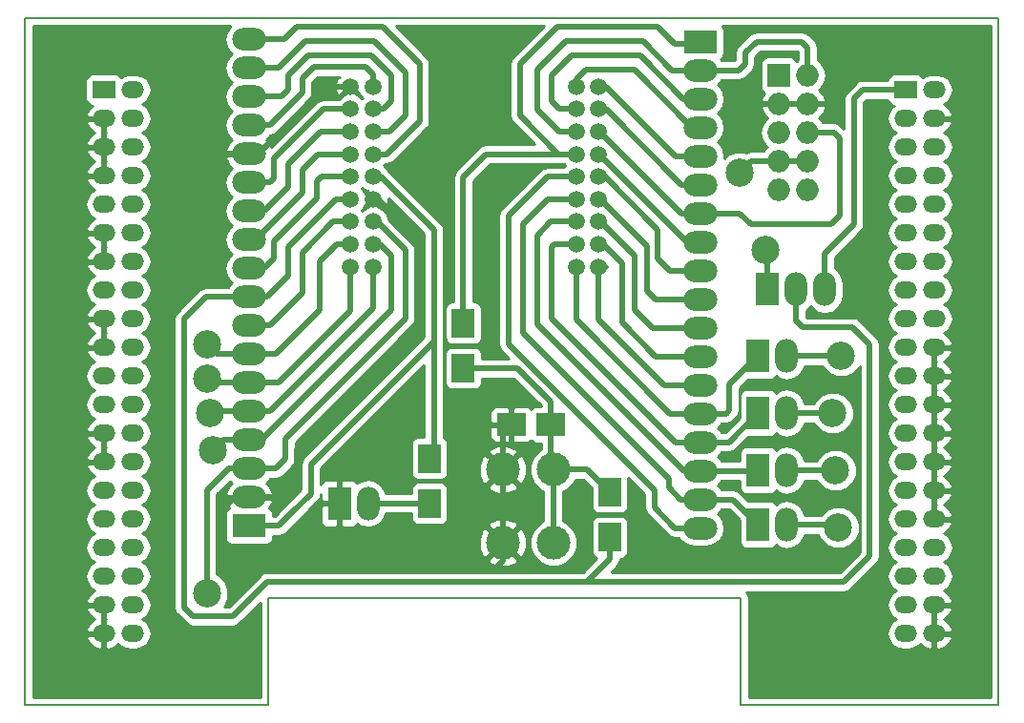
<source format=gbr>
G04 #@! TF.FileFunction,Copper,L2,Bot,Signal*
%FSLAX46Y46*%
G04 Gerber Fmt 4.6, Leading zero omitted, Abs format (unit mm)*
G04 Created by KiCad (PCBNEW 4.0.6-e0-6349~52~ubuntu17.04.1) date Sat May 20 12:03:27 2017*
%MOMM*%
%LPD*%
G01*
G04 APERTURE LIST*
%ADD10C,0.100000*%
%ADD11C,0.150000*%
%ADD12R,2.500000X2.000000*%
%ADD13R,2.000000X3.000000*%
%ADD14O,2.000000X3.000000*%
%ADD15R,3.000000X2.000000*%
%ADD16O,3.000000X2.000000*%
%ADD17R,2.000000X2.000000*%
%ADD18O,2.000000X2.000000*%
%ADD19R,2.000000X2.500000*%
%ADD20C,3.000000*%
%ADD21C,1.500000*%
%ADD22R,2.000000X1.524000*%
%ADD23O,2.000000X1.524000*%
%ADD24C,2.500000*%
%ADD25C,0.508000*%
%ADD26C,0.254000*%
G04 APERTURE END LIST*
D10*
D11*
X43180000Y0D02*
X-43180000Y0D01*
X43180000Y-60960000D02*
X43180000Y0D01*
X20320000Y-60960000D02*
X43180000Y-60960000D01*
X20320000Y-51435000D02*
X20320000Y-60960000D01*
X-21590000Y-51435000D02*
X20320000Y-51435000D01*
X-21590000Y-60960000D02*
X-21590000Y-51435000D01*
X-43180000Y-60960000D02*
X-21590000Y-60960000D01*
X-43180000Y0D02*
X-43180000Y-60960000D01*
D12*
X3435000Y-36070000D03*
X-65000Y-36070000D03*
D13*
X-15315000Y-43070000D03*
D14*
X-12775000Y-43070000D03*
D15*
X-23315000Y-45070000D03*
D16*
X-23315000Y-42530000D03*
X-23315000Y-39990000D03*
X-23315000Y-37450000D03*
X-23315000Y-34910000D03*
X-23315000Y-32370000D03*
X-23315000Y-29830000D03*
X-23315000Y-27290000D03*
X-23315000Y-24750000D03*
X-23315000Y-22210000D03*
X-23315000Y-19670000D03*
X-23315000Y-17130000D03*
X-23315000Y-14590000D03*
X-23315000Y-12050000D03*
X-23315000Y-9510000D03*
X-23315000Y-6970000D03*
X-23315000Y-4430000D03*
X-23315000Y-1890000D03*
D13*
X22685000Y-24070000D03*
D14*
X25225000Y-24070000D03*
X27765000Y-24070000D03*
D17*
X23685000Y-5070000D03*
D18*
X26225000Y-5070000D03*
X23685000Y-7610000D03*
X26225000Y-7610000D03*
X23685000Y-10150000D03*
X26225000Y-10150000D03*
X23685000Y-12690000D03*
X26225000Y-12690000D03*
X23685000Y-15230000D03*
X26225000Y-15230000D03*
D15*
X16685000Y-2070000D03*
D16*
X16685000Y-4610000D03*
X16685000Y-7150000D03*
X16685000Y-9690000D03*
X16685000Y-12230000D03*
X16685000Y-14770000D03*
X16685000Y-17310000D03*
X16685000Y-19850000D03*
X16685000Y-22390000D03*
X16685000Y-24930000D03*
X16685000Y-27470000D03*
X16685000Y-30010000D03*
X16685000Y-32550000D03*
X16685000Y-35090000D03*
X16685000Y-37630000D03*
X16685000Y-40170000D03*
X16685000Y-42710000D03*
X16685000Y-45250000D03*
D13*
X21844000Y-35052000D03*
D14*
X24384000Y-35052000D03*
D13*
X21844000Y-29972000D03*
D14*
X24384000Y-29972000D03*
D13*
X21844000Y-44958000D03*
D14*
X24384000Y-44958000D03*
D13*
X21844000Y-40132000D03*
D14*
X24384000Y-40132000D03*
D19*
X-4315000Y-27070000D03*
X-4315000Y-31070000D03*
X8685000Y-46070000D03*
X8685000Y-42070000D03*
X-7315000Y-43070000D03*
X-7315000Y-39070000D03*
D20*
X-815000Y-40070000D03*
X3685000Y-40070000D03*
X-815000Y-46570000D03*
X3685000Y-46570000D03*
D21*
X-14315000Y-22070000D03*
X-12315000Y-22070000D03*
X-14315000Y-20070000D03*
X-12315000Y-20070000D03*
X-14315000Y-6070000D03*
X-12315000Y-6070000D03*
X-14315000Y-8070000D03*
X-12315000Y-8070000D03*
X-14315000Y-10070000D03*
X-12315000Y-10070000D03*
X-14315000Y-12070000D03*
X-12315000Y-12070000D03*
X-14315000Y-14070000D03*
X-12315000Y-14070000D03*
X-14315000Y-16070000D03*
X-12315000Y-16070000D03*
X-14315000Y-18070000D03*
X-12315000Y-18070000D03*
X7685000Y-6070000D03*
X5685000Y-6070000D03*
X5685000Y-8070000D03*
X7685000Y-8070000D03*
X5685000Y-10070000D03*
X7685000Y-10070000D03*
X5685000Y-12070000D03*
X7685000Y-12070000D03*
X5685000Y-14070000D03*
X7685000Y-14070000D03*
X5685000Y-16070000D03*
X7685000Y-16070000D03*
X5685000Y-18070000D03*
X7685000Y-18070000D03*
X5685000Y-20070000D03*
X7685000Y-20070000D03*
X5685000Y-22070000D03*
X7685000Y-22070000D03*
D22*
X34925000Y-6350000D03*
D23*
X37465000Y-6350000D03*
X34925000Y-19050000D03*
X37465000Y-8890000D03*
X34925000Y-21590000D03*
X37465000Y-11430000D03*
X34925000Y-24130000D03*
X37465000Y-13970000D03*
X34925000Y-26670000D03*
X37465000Y-16510000D03*
X34925000Y-29210000D03*
X37465000Y-19050000D03*
X34925000Y-31750000D03*
X37465000Y-21590000D03*
X34925000Y-34290000D03*
X37465000Y-24130000D03*
X34925000Y-36830000D03*
X37465000Y-26670000D03*
X34925000Y-39370000D03*
X37465000Y-29210000D03*
X34925000Y-41910000D03*
X37465000Y-31750000D03*
X34925000Y-44450000D03*
X37465000Y-34290000D03*
X37465000Y-36830000D03*
X34925000Y-46990000D03*
X37465000Y-39370000D03*
X37465000Y-44450000D03*
X37465000Y-46990000D03*
X37465000Y-49530000D03*
X37465000Y-52070000D03*
X34925000Y-49530000D03*
X34925000Y-52070000D03*
X34925000Y-8890000D03*
X34925000Y-11430000D03*
X34925000Y-13970000D03*
X34925000Y-16510000D03*
X34925000Y-54610000D03*
X37465000Y-54610000D03*
X37465000Y-41910000D03*
D22*
X-36195000Y-6350000D03*
D23*
X-33655000Y-6350000D03*
X-36195000Y-8890000D03*
X-33655000Y-8890000D03*
X-36195000Y-11430000D03*
X-33655000Y-11430000D03*
X-36195000Y-13970000D03*
X-33655000Y-13970000D03*
X-36195000Y-16510000D03*
X-33655000Y-16510000D03*
X-36195000Y-19050000D03*
X-33655000Y-19050000D03*
X-36195000Y-21590000D03*
X-33655000Y-21590000D03*
X-36195000Y-24130000D03*
X-33655000Y-24130000D03*
X-36195000Y-26670000D03*
X-33655000Y-26670000D03*
X-36195000Y-29210000D03*
X-33655000Y-29210000D03*
X-36195000Y-31750000D03*
X-33655000Y-31750000D03*
X-36195000Y-34290000D03*
X-33655000Y-34290000D03*
X-36195000Y-36830000D03*
X-33655000Y-36830000D03*
X-36195000Y-39370000D03*
X-33655000Y-39370000D03*
X-36195000Y-41910000D03*
X-33655000Y-41910000D03*
X-36195000Y-44450000D03*
X-33655000Y-44450000D03*
X-36195000Y-46990000D03*
X-33655000Y-46990000D03*
X-36195000Y-49530000D03*
X-33655000Y-49530000D03*
X-36195000Y-52070000D03*
X-33655000Y-52070000D03*
X-36195000Y-54610000D03*
X-33655000Y-54610000D03*
D24*
X40513000Y-3302000D03*
X-27813000Y-11938000D03*
X-27051000Y-51054000D03*
X-26543000Y-38354000D03*
X-26797000Y-35052000D03*
X-27051000Y-32004000D03*
X-27051000Y-28956000D03*
X22479000Y-20574000D03*
X20193000Y-13716000D03*
X28448000Y-35052000D03*
X29210000Y-29972000D03*
X28956000Y-45212000D03*
X28702000Y-40132000D03*
D25*
X28194000Y-27432000D02*
X30226000Y-27432000D01*
X29464000Y-50038000D02*
X26416000Y-50038000D01*
X31750000Y-47752000D02*
X29464000Y-50038000D01*
X31750000Y-28956000D02*
X31750000Y-47752000D01*
X30226000Y-27432000D02*
X31750000Y-28956000D01*
X-26543000Y-53086000D02*
X-24765000Y-53086000D01*
X-24765000Y-53086000D02*
X-21717000Y-50038000D01*
X-29083000Y-52070000D02*
X-29083000Y-52324000D01*
X-28321000Y-53086000D02*
X-26543000Y-53086000D01*
X-29083000Y-52324000D02*
X-28321000Y-53086000D01*
X8685000Y-46070000D02*
X8685000Y-48038000D01*
X8685000Y-48038000D02*
X6685000Y-50038000D01*
X-21717000Y-50038000D02*
X-10283000Y-50038000D01*
X-10283000Y-50038000D02*
X-7747000Y-50038000D01*
X-7747000Y-50038000D02*
X6685000Y-50038000D01*
X6685000Y-50038000D02*
X10653000Y-50038000D01*
X10653000Y-50038000D02*
X26416000Y-50038000D01*
X-29083000Y-49022000D02*
X-29083000Y-52070000D01*
X25225000Y-26876000D02*
X25225000Y-24070000D01*
X28194000Y-27432000D02*
X25781000Y-27432000D01*
X25781000Y-27432000D02*
X25225000Y-26876000D01*
X-23315000Y-24750000D02*
X-27163000Y-24750000D01*
X-29083000Y-26670000D02*
X-29083000Y-49022000D01*
X-27163000Y-24750000D02*
X-29083000Y-26670000D01*
X-23427000Y-24638000D02*
X-23315000Y-24750000D01*
X-14315000Y-16070000D02*
X-15609000Y-16070000D01*
X-21749000Y-24750000D02*
X-23315000Y-24750000D01*
X-19859000Y-22860000D02*
X-21749000Y-24750000D01*
X-19859000Y-20320000D02*
X-19859000Y-22860000D01*
X-15609000Y-16070000D02*
X-19859000Y-20320000D01*
X-23315000Y-42530000D02*
X-20432000Y-42530000D01*
X-19050000Y-41148000D02*
X-19050000Y-38265000D01*
X-20432000Y-42530000D02*
X-19050000Y-41148000D01*
X-15315000Y-43070000D02*
X-15315000Y-46684000D01*
X-15315000Y-46684000D02*
X-17399000Y-48768000D01*
X-8175000Y-25146000D02*
X-8175000Y-27390000D01*
X-8175000Y-19812000D02*
X-8175000Y-25146000D01*
X-11917000Y-16070000D02*
X-8175000Y-19812000D01*
X-8175000Y-27390000D02*
X-19050000Y-38265000D01*
X-12827000Y-48768000D02*
X-1397000Y-48768000D01*
X-24623000Y-42530000D02*
X-25527000Y-43434000D01*
X-25527000Y-43434000D02*
X-25527000Y-47752000D01*
X-25527000Y-47752000D02*
X-24511000Y-48768000D01*
X-24511000Y-48768000D02*
X-17399000Y-48768000D01*
X-17399000Y-48768000D02*
X-16637002Y-48768000D01*
X-16637002Y-48768000D02*
X-12827000Y-48768000D01*
X-23315000Y-42530000D02*
X-24623000Y-42530000D01*
X-1397000Y-48768000D02*
X-815000Y-48186000D01*
X-815000Y-48186000D02*
X-815000Y-46570000D01*
X-815000Y-40070000D02*
X-815000Y-36820000D01*
X-815000Y-36820000D02*
X-65000Y-36070000D01*
X-815000Y-46570000D02*
X-815000Y-40070000D01*
X-815000Y-36820000D02*
X-65000Y-36070000D01*
X26225000Y-7610000D02*
X27823000Y-7610000D01*
X30353000Y-3302000D02*
X40513000Y-3302000D01*
X28829000Y-4826000D02*
X30353000Y-3302000D01*
X28829000Y-6604000D02*
X28829000Y-4826000D01*
X27823000Y-7610000D02*
X28829000Y-6604000D01*
X-23315000Y-12050000D02*
X-27701000Y-12050000D01*
X-27701000Y-12050000D02*
X-27813000Y-11938000D01*
X26225000Y-7610000D02*
X23685000Y-7610000D01*
X-12315000Y-16070000D02*
X-11917000Y-16070000D01*
X-23315000Y-12050000D02*
X-22511000Y-12050000D01*
X-22511000Y-12050000D02*
X-16531000Y-6070000D01*
X-16531000Y-6070000D02*
X-14315000Y-6070000D01*
X3685000Y-46570000D02*
X3685000Y-40070000D01*
X3685000Y-40070000D02*
X6685000Y-40070000D01*
X6685000Y-40070000D02*
X8685000Y-42070000D01*
X3435000Y-36070000D02*
X3435000Y-39820000D01*
X3435000Y-39820000D02*
X3685000Y-40070000D01*
X-4315000Y-31070000D02*
X463000Y-31070000D01*
X3435000Y-34042000D02*
X3435000Y-36070000D01*
X463000Y-31070000D02*
X3435000Y-34042000D01*
X-7315000Y-43070000D02*
X-12775000Y-43070000D01*
X-12315000Y-43070000D02*
X-12775000Y-43070000D01*
X-23315000Y-39990000D02*
X-20940000Y-39990000D01*
X-20066000Y-39116000D02*
X-20066000Y-37291000D01*
X-20940000Y-39990000D02*
X-20066000Y-39116000D01*
X-27051000Y-51054000D02*
X-27051000Y-41910000D01*
X-27051000Y-41910000D02*
X-25527000Y-40386000D01*
X-23315000Y-39990000D02*
X-25131000Y-39990000D01*
X-25131000Y-39990000D02*
X-25527000Y-40386000D01*
X-23457000Y-40132000D02*
X-23315000Y-39990000D01*
X-12315000Y-18070000D02*
X-11949000Y-18070000D01*
X-11949000Y-18070000D02*
X-9445000Y-20574000D01*
X-9445000Y-26670000D02*
X-20066000Y-37291000D01*
X-9445000Y-20574000D02*
X-9445000Y-26670000D01*
X-22765000Y-39990000D02*
X-23315000Y-39990000D01*
X-23315000Y-37450000D02*
X-25639000Y-37450000D01*
X-25639000Y-37450000D02*
X-26543000Y-38354000D01*
X-12315000Y-20070000D02*
X-11727000Y-20070000D01*
X-11727000Y-20070000D02*
X-10715000Y-21082000D01*
X-10715000Y-21082000D02*
X-10715000Y-25908000D01*
X-10715000Y-25908000D02*
X-22257000Y-37450000D01*
X-22257000Y-37450000D02*
X-23315000Y-37450000D01*
X-23315000Y-34910000D02*
X-26655000Y-34910000D01*
X-26655000Y-34910000D02*
X-26797000Y-35052000D01*
X-12315000Y-22070000D02*
X-12315000Y-25730000D01*
X-12315000Y-25730000D02*
X-21495000Y-34910000D01*
X-21495000Y-34910000D02*
X-23315000Y-34910000D01*
X-23315000Y-32370000D02*
X-26685000Y-32370000D01*
X-26685000Y-32370000D02*
X-27051000Y-32004000D01*
X-14315000Y-22070000D02*
X-14315000Y-25952000D01*
X-14315000Y-25952000D02*
X-20733000Y-32370000D01*
X-20733000Y-32370000D02*
X-23315000Y-32370000D01*
X-23315000Y-29830000D02*
X-26177000Y-29830000D01*
X-26177000Y-29830000D02*
X-27051000Y-28956000D01*
X-14315000Y-20070000D02*
X-15545000Y-20070000D01*
X-20987000Y-29830000D02*
X-23315000Y-29830000D01*
X-17065000Y-25908000D02*
X-20987000Y-29830000D01*
X-17065000Y-21590000D02*
X-17065000Y-25908000D01*
X-15545000Y-20070000D02*
X-17065000Y-21590000D01*
X23685000Y-12690000D02*
X21219000Y-12690000D01*
X22685000Y-20780000D02*
X22685000Y-24070000D01*
X22479000Y-20574000D02*
X22685000Y-20780000D01*
X21219000Y-12690000D02*
X20193000Y-13716000D01*
X26225000Y-12690000D02*
X23685000Y-12690000D01*
X27765000Y-24070000D02*
X27765000Y-20876000D01*
X27765000Y-20876000D02*
X30353000Y-18288000D01*
X30353000Y-18288000D02*
X30353000Y-7112000D01*
X30353000Y-7112000D02*
X31115000Y-6350000D01*
X31115000Y-6350000D02*
X34925000Y-6350000D01*
X16685000Y-4610000D02*
X20145000Y-4610000D01*
X26225000Y-2610000D02*
X26225000Y-5070000D01*
X25685000Y-2070000D02*
X26225000Y-2610000D01*
X21685000Y-2070000D02*
X25685000Y-2070000D01*
X20685000Y-3070000D02*
X21685000Y-2070000D01*
X20685000Y-4070000D02*
X20685000Y-3070000D01*
X20145000Y-4610000D02*
X20685000Y-4070000D01*
X16685000Y-4610000D02*
X14215000Y-4610000D01*
X4181000Y-10070000D02*
X5685000Y-10070000D01*
X2239000Y-8128000D02*
X4181000Y-10070000D01*
X2239000Y-4572000D02*
X2239000Y-8128000D01*
X4779000Y-2032000D02*
X2239000Y-4572000D01*
X11637000Y-2032000D02*
X4779000Y-2032000D01*
X14215000Y-4610000D02*
X11637000Y-2032000D01*
X7685000Y-10070000D02*
X7784000Y-10070000D01*
X7784000Y-10070000D02*
X15024000Y-17310000D01*
X15024000Y-17310000D02*
X16685000Y-17310000D01*
X15532000Y-17310000D02*
X16685000Y-17310000D01*
X26225000Y-10150000D02*
X28565000Y-10150000D01*
X28565000Y-10150000D02*
X29083000Y-10668000D01*
X29083000Y-10668000D02*
X29083000Y-17526000D01*
X29083000Y-17526000D02*
X28321000Y-18288000D01*
X28321000Y-18288000D02*
X21209000Y-18288000D01*
X21209000Y-18288000D02*
X20231000Y-17310000D01*
X20231000Y-17310000D02*
X16685000Y-17310000D01*
X-17824500Y-39579500D02*
X-17824500Y-42208500D01*
X-17824500Y-42208500D02*
X-19558000Y-43942000D01*
X-23315000Y-45070000D02*
X-20686000Y-45070000D01*
X-20686000Y-45070000D02*
X-19558000Y-43942000D01*
X-6905000Y-28660000D02*
X-6905000Y-38660000D01*
X-6905000Y-38660000D02*
X-7315000Y-39070000D01*
X-6905000Y-38660000D02*
X-7315000Y-39070000D01*
X-6905000Y-24638000D02*
X-6905000Y-28660000D01*
X-6905000Y-28660000D02*
X-17824500Y-39579500D01*
X-11631000Y-14070000D02*
X-12315000Y-14070000D01*
X-6905000Y-18796000D02*
X-11631000Y-14070000D01*
X-6905000Y-24638000D02*
X-6905000Y-18796000D01*
X-12161000Y-14224000D02*
X-12315000Y-14070000D01*
X5685000Y-12070000D02*
X-2291000Y-12070000D01*
X-4315000Y-14094000D02*
X-4315000Y-27070000D01*
X-2291000Y-12070000D02*
X-4315000Y-14094000D01*
X5685000Y-12070000D02*
X4149000Y-12070000D01*
X14431000Y-2286000D02*
X16469000Y-2286000D01*
X12907000Y-762000D02*
X14431000Y-2286000D01*
X4017000Y-762000D02*
X12907000Y-762000D01*
X715000Y-4064000D02*
X4017000Y-762000D01*
X715000Y-8636000D02*
X715000Y-4064000D01*
X4149000Y-12070000D02*
X715000Y-8636000D01*
X16469000Y-2286000D02*
X16685000Y-2070000D01*
X16685000Y-37630000D02*
X19266000Y-37630000D01*
X19266000Y-37630000D02*
X21844000Y-35052000D01*
X3509000Y-24130000D02*
X3509000Y-26623000D01*
X14516000Y-37630000D02*
X16685000Y-37630000D01*
X3509000Y-26623000D02*
X14516000Y-37630000D01*
X3759000Y-20070000D02*
X5685000Y-20070000D01*
X3509000Y-20320000D02*
X3759000Y-20070000D01*
X3509000Y-24130000D02*
X3509000Y-20320000D01*
X16685000Y-37630000D02*
X15993000Y-37630000D01*
X16685000Y-35090000D02*
X19012000Y-35090000D01*
X19304000Y-32512000D02*
X21844000Y-29972000D01*
X19304000Y-34798000D02*
X19304000Y-32512000D01*
X19012000Y-35090000D02*
X19304000Y-34798000D01*
X5685000Y-22070000D02*
X5685000Y-26767000D01*
X14008000Y-35090000D02*
X16685000Y-35090000D01*
X5685000Y-26767000D02*
X14008000Y-35090000D01*
X16685000Y-35090000D02*
X15231000Y-35090000D01*
X16685000Y-35090000D02*
X17361000Y-35090000D01*
X16685000Y-40170000D02*
X21806000Y-40170000D01*
X21806000Y-40170000D02*
X21844000Y-40132000D01*
X2239000Y-24130000D02*
X2239000Y-27131000D01*
X2239000Y-27131000D02*
X15278000Y-40170000D01*
X15278000Y-40170000D02*
X16685000Y-40170000D01*
X3473000Y-18070000D02*
X5685000Y-18070000D01*
X2239000Y-19304000D02*
X3473000Y-18070000D01*
X2239000Y-24130000D02*
X2239000Y-19304000D01*
X16685000Y-40170000D02*
X16685000Y-40100000D01*
X16685000Y-42710000D02*
X19596000Y-42710000D01*
X19596000Y-42710000D02*
X21844000Y-44958000D01*
X969000Y-25654000D02*
X969000Y-27893000D01*
X969000Y-27893000D02*
X13923000Y-40847000D01*
X16685000Y-42710000D02*
X14977000Y-42710000D01*
X13923000Y-41656000D02*
X13923000Y-40847000D01*
X14977000Y-42710000D02*
X13923000Y-41656000D01*
X969000Y-25654000D02*
X969000Y-18288000D01*
X969000Y-18288000D02*
X3187000Y-16070000D01*
X3187000Y-16070000D02*
X5685000Y-16070000D01*
X16685000Y-42710000D02*
X16685000Y-42640000D01*
X5499000Y-16256000D02*
X5685000Y-16070000D01*
X24384000Y-35052000D02*
X28448000Y-35052000D01*
X24384000Y-29972000D02*
X29210000Y-29972000D01*
X24384000Y-44958000D02*
X28702000Y-44958000D01*
X28702000Y-44958000D02*
X28956000Y-45212000D01*
X24384000Y-40132000D02*
X28702000Y-40132000D01*
X-18589000Y-6350000D02*
X-18589000Y-6604000D01*
X-21495000Y-9510000D02*
X-23315000Y-9510000D01*
X-18589000Y-6604000D02*
X-21495000Y-9510000D01*
X-12315000Y-6070000D02*
X-12315000Y-5004000D01*
X-18589000Y-5334000D02*
X-18589000Y-6350000D01*
X-17573000Y-4318000D02*
X-18589000Y-5334000D01*
X-13001000Y-4318000D02*
X-17573000Y-4318000D01*
X-12315000Y-5004000D02*
X-13001000Y-4318000D01*
X-12315000Y-8070000D02*
X-11419000Y-8070000D01*
X-20479000Y-6970000D02*
X-23315000Y-6970000D01*
X-19859000Y-6350000D02*
X-20479000Y-6970000D01*
X-19859000Y-5080000D02*
X-19859000Y-6350000D01*
X-18080998Y-3301998D02*
X-19859000Y-5080000D01*
X-12493002Y-3301998D02*
X-18080998Y-3301998D01*
X-10715000Y-5080000D02*
X-12493002Y-3301998D01*
X-10715000Y-7366000D02*
X-10715000Y-5080000D01*
X-11419000Y-8070000D02*
X-10715000Y-7366000D01*
X-23315000Y-4430000D02*
X-20733000Y-4430000D01*
X-10879000Y-10070000D02*
X-12315000Y-10070000D01*
X-9445000Y-8636000D02*
X-10879000Y-10070000D01*
X-9445000Y-4826000D02*
X-9445000Y-8636000D01*
X-12239000Y-2032000D02*
X-9445000Y-4826000D01*
X-18335000Y-2032000D02*
X-12239000Y-2032000D01*
X-20733000Y-4430000D02*
X-18335000Y-2032000D01*
X-12315000Y-12070000D02*
X-11101000Y-12070000D01*
X-20225000Y-1890000D02*
X-23315000Y-1890000D01*
X-19097000Y-762000D02*
X-20225000Y-1890000D01*
X-11477000Y-762000D02*
X-19097000Y-762000D01*
X-8175000Y-4064000D02*
X-11477000Y-762000D01*
X-8175000Y-9144000D02*
X-8175000Y-4064000D01*
X-11101000Y-12070000D02*
X-8175000Y-9144000D01*
X-14315000Y-14070000D02*
X-16910998Y-14070000D01*
X-22003000Y-22210000D02*
X-23315000Y-22210000D01*
X-21129000Y-21336000D02*
X-22003000Y-22210000D01*
X-21129000Y-19812000D02*
X-21129000Y-21336000D01*
X-17319000Y-16002000D02*
X-21129000Y-19812000D01*
X-17319000Y-14478002D02*
X-17319000Y-16002000D01*
X-16910998Y-14070000D02*
X-17319000Y-14478002D01*
X-14315000Y-12070000D02*
X-17197000Y-12070000D01*
X-18589000Y-15494000D02*
X-22765000Y-19670000D01*
X-18589000Y-13462000D02*
X-18589000Y-15494000D01*
X-17197000Y-12070000D02*
X-18589000Y-13462000D01*
X-22765000Y-19670000D02*
X-23315000Y-19670000D01*
X-14335000Y-12050000D02*
X-14315000Y-12070000D01*
X-14315000Y-10070000D02*
X-16975000Y-10070000D01*
X-22003000Y-17130000D02*
X-23315000Y-17130000D01*
X-19859000Y-14986000D02*
X-22003000Y-17130000D01*
X-19859000Y-12954000D02*
X-19859000Y-14986000D01*
X-16975000Y-10070000D02*
X-19859000Y-12954000D01*
X-14315000Y-8070000D02*
X-16753000Y-8070000D01*
X-21495000Y-14590000D02*
X-23315000Y-14590000D01*
X-21129000Y-14224000D02*
X-21495000Y-14590000D01*
X-21129000Y-12446000D02*
X-21129000Y-14224000D01*
X-16753000Y-8070000D02*
X-21129000Y-12446000D01*
X16685000Y-7150000D02*
X15231000Y-7150000D01*
X4213000Y-8070000D02*
X5685000Y-8070000D01*
X3509000Y-7366000D02*
X4213000Y-8070000D01*
X3509000Y-5080000D02*
X3509000Y-7366000D01*
X5287000Y-3302000D02*
X3509000Y-5080000D01*
X11383000Y-3302000D02*
X5287000Y-3302000D01*
X15231000Y-7150000D02*
X11383000Y-3302000D01*
X-301000Y-26162000D02*
X-301000Y-28909000D01*
X-301000Y-28909000D02*
X12653000Y-41863000D01*
X5685000Y-14070000D02*
X3155000Y-14070000D01*
X3155000Y-14070000D02*
X-301000Y-17526000D01*
X-301000Y-17526000D02*
X-301000Y-26162000D01*
X12653000Y-41863000D02*
X12653000Y-43434000D01*
X12653000Y-43434000D02*
X14469000Y-45250000D01*
X14469000Y-45250000D02*
X16685000Y-45250000D01*
X7685000Y-22070000D02*
X7685000Y-26735000D01*
X13500000Y-32550000D02*
X16685000Y-32550000D01*
X7685000Y-26735000D02*
X13500000Y-32550000D01*
X7685000Y-22070000D02*
X8307000Y-22070000D01*
X12006500Y-20251500D02*
X12006500Y-24198500D01*
X12738000Y-24930000D02*
X16685000Y-24930000D01*
X12006500Y-24198500D02*
X12738000Y-24930000D01*
X7825000Y-16070000D02*
X12006500Y-20251500D01*
X7685000Y-16070000D02*
X7825000Y-16070000D01*
X7685000Y-14070000D02*
X8228000Y-14070000D01*
X8228000Y-14070000D02*
X12954000Y-18796000D01*
X14008000Y-22390000D02*
X16685000Y-22390000D01*
X12954000Y-21336000D02*
X14008000Y-22390000D01*
X12954000Y-18796000D02*
X12954000Y-21336000D01*
X7685000Y-14070000D02*
X8365000Y-14070000D01*
X7685000Y-12070000D02*
X7752000Y-12070000D01*
X7752000Y-12070000D02*
X15532000Y-19850000D01*
X15532000Y-19850000D02*
X16685000Y-19850000D01*
X7685000Y-8070000D02*
X8324000Y-8070000D01*
X8324000Y-8070000D02*
X15024000Y-14770000D01*
X15024000Y-14770000D02*
X16685000Y-14770000D01*
X16685000Y-14700000D02*
X16685000Y-14770000D01*
X-14315000Y-18070000D02*
X-15831000Y-18070000D01*
X-21495000Y-27290000D02*
X-23315000Y-27290000D01*
X-18589000Y-24384000D02*
X-21495000Y-27290000D01*
X-18589000Y-20828000D02*
X-18589000Y-24384000D01*
X-15831000Y-18070000D02*
X-18589000Y-20828000D01*
X5685000Y-6070000D02*
X5685000Y-5444000D01*
X5685000Y-5444000D02*
X6557000Y-4572000D01*
X6557000Y-4572000D02*
X10875000Y-4572000D01*
X10875000Y-4572000D02*
X15993000Y-9690000D01*
X15993000Y-9690000D02*
X16685000Y-9690000D01*
X7685000Y-6070000D02*
X8356000Y-6070000D01*
X8356000Y-6070000D02*
X14516000Y-12230000D01*
X14516000Y-12230000D02*
X16685000Y-12230000D01*
X16501000Y-12230000D02*
X16685000Y-12230000D01*
X10898500Y-21105500D02*
X10898500Y-25884500D01*
X12484000Y-27470000D02*
X16685000Y-27470000D01*
X10898500Y-25884500D02*
X12484000Y-27470000D01*
X7863000Y-18070000D02*
X10898500Y-21105500D01*
X15231000Y-27470000D02*
X16685000Y-27470000D01*
X7685000Y-18070000D02*
X7863000Y-18070000D01*
X9755500Y-21740500D02*
X9755500Y-27027500D01*
X12738000Y-30010000D02*
X16685000Y-30010000D01*
X9755500Y-27027500D02*
X12738000Y-30010000D01*
X8085000Y-20070000D02*
X9755500Y-21740500D01*
X7685000Y-20070000D02*
X8085000Y-20070000D01*
D26*
G36*
X-25012947Y-733880D02*
X-25367370Y-1264313D01*
X-25491827Y-1890000D01*
X-25367370Y-2515687D01*
X-25012947Y-3046120D01*
X-24842513Y-3160000D01*
X-25012947Y-3273880D01*
X-25367370Y-3804313D01*
X-25491827Y-4430000D01*
X-25367370Y-5055687D01*
X-25012947Y-5586120D01*
X-24842513Y-5700000D01*
X-25012947Y-5813880D01*
X-25367370Y-6344313D01*
X-25491827Y-6970000D01*
X-25367370Y-7595687D01*
X-25012947Y-8126120D01*
X-24842513Y-8240000D01*
X-25012947Y-8353880D01*
X-25367370Y-8884313D01*
X-25491827Y-9510000D01*
X-25367370Y-10135687D01*
X-25012947Y-10666120D01*
X-24820611Y-10794634D01*
X-25060922Y-10983683D01*
X-25374144Y-11541645D01*
X-25405124Y-11669566D01*
X-25285777Y-11923000D01*
X-23442000Y-11923000D01*
X-23442000Y-11903000D01*
X-23188000Y-11903000D01*
X-23188000Y-11923000D01*
X-23168000Y-11923000D01*
X-23168000Y-12177000D01*
X-23188000Y-12177000D01*
X-23188000Y-12197000D01*
X-23442000Y-12197000D01*
X-23442000Y-12177000D01*
X-25285777Y-12177000D01*
X-25405124Y-12430434D01*
X-25374144Y-12558355D01*
X-25060922Y-13116317D01*
X-24820611Y-13305366D01*
X-25012947Y-13433880D01*
X-25367370Y-13964313D01*
X-25491827Y-14590000D01*
X-25367370Y-15215687D01*
X-25012947Y-15746120D01*
X-24842513Y-15860000D01*
X-25012947Y-15973880D01*
X-25367370Y-16504313D01*
X-25491827Y-17130000D01*
X-25367370Y-17755687D01*
X-25012947Y-18286120D01*
X-24842513Y-18400000D01*
X-25012947Y-18513880D01*
X-25367370Y-19044313D01*
X-25491827Y-19670000D01*
X-25367370Y-20295687D01*
X-25012947Y-20826120D01*
X-24842513Y-20940000D01*
X-25012947Y-21053880D01*
X-25367370Y-21584313D01*
X-25491827Y-22210000D01*
X-25367370Y-22835687D01*
X-25012947Y-23366120D01*
X-24842513Y-23480000D01*
X-25012947Y-23593880D01*
X-25191430Y-23861000D01*
X-27163000Y-23861000D01*
X-27503206Y-23928671D01*
X-27772595Y-24108671D01*
X-27791618Y-24121382D01*
X-29711618Y-26041382D01*
X-29904329Y-26329794D01*
X-29972000Y-26670000D01*
X-29972000Y-52324000D01*
X-29904329Y-52664206D01*
X-29752570Y-52891329D01*
X-29711618Y-52952618D01*
X-28949618Y-53714618D01*
X-28661206Y-53907329D01*
X-28321000Y-53975000D01*
X-24765000Y-53975000D01*
X-24424794Y-53907329D01*
X-24136382Y-53714618D01*
X-22300000Y-51878236D01*
X-22300000Y-60250000D01*
X-42470000Y-60250000D01*
X-42470000Y-54953070D01*
X-37787220Y-54953070D01*
X-37770377Y-55045230D01*
X-37502020Y-55523892D01*
X-37070914Y-55863422D01*
X-36542692Y-56012130D01*
X-36322000Y-55853277D01*
X-36322000Y-54737000D01*
X-37664720Y-54737000D01*
X-37787220Y-54953070D01*
X-42470000Y-54953070D01*
X-42470000Y-52413070D01*
X-37787220Y-52413070D01*
X-37770377Y-52505230D01*
X-37502020Y-52983892D01*
X-37070914Y-53323422D01*
X-37012028Y-53340000D01*
X-37070914Y-53356578D01*
X-37502020Y-53696108D01*
X-37770377Y-54174770D01*
X-37787220Y-54266930D01*
X-37664720Y-54483000D01*
X-36322000Y-54483000D01*
X-36322000Y-53366723D01*
X-36359126Y-53340000D01*
X-36322000Y-53313277D01*
X-36322000Y-52197000D01*
X-37664720Y-52197000D01*
X-37787220Y-52413070D01*
X-42470000Y-52413070D01*
X-42470000Y-37173070D01*
X-37787220Y-37173070D01*
X-37770377Y-37265230D01*
X-37502020Y-37743892D01*
X-37070914Y-38083422D01*
X-37012028Y-38100000D01*
X-37070914Y-38116578D01*
X-37502020Y-38456108D01*
X-37770377Y-38934770D01*
X-37787220Y-39026930D01*
X-37664720Y-39243000D01*
X-36322000Y-39243000D01*
X-36322000Y-38126723D01*
X-36359126Y-38100000D01*
X-36322000Y-38073277D01*
X-36322000Y-36957000D01*
X-37664720Y-36957000D01*
X-37787220Y-37173070D01*
X-42470000Y-37173070D01*
X-42470000Y-27013070D01*
X-37787220Y-27013070D01*
X-37770377Y-27105230D01*
X-37502020Y-27583892D01*
X-37070914Y-27923422D01*
X-37012028Y-27940000D01*
X-37070914Y-27956578D01*
X-37502020Y-28296108D01*
X-37770377Y-28774770D01*
X-37787220Y-28866930D01*
X-37664720Y-29083000D01*
X-36322000Y-29083000D01*
X-36322000Y-27966723D01*
X-36359126Y-27940000D01*
X-36322000Y-27913277D01*
X-36322000Y-26797000D01*
X-37664720Y-26797000D01*
X-37787220Y-27013070D01*
X-42470000Y-27013070D01*
X-42470000Y-19393070D01*
X-37787220Y-19393070D01*
X-37770377Y-19485230D01*
X-37502020Y-19963892D01*
X-37070914Y-20303422D01*
X-37012028Y-20320000D01*
X-37070914Y-20336578D01*
X-37502020Y-20676108D01*
X-37770377Y-21154770D01*
X-37787220Y-21246930D01*
X-37664720Y-21463000D01*
X-36322000Y-21463000D01*
X-36322000Y-20346723D01*
X-36359126Y-20320000D01*
X-36322000Y-20293277D01*
X-36322000Y-19177000D01*
X-37664720Y-19177000D01*
X-37787220Y-19393070D01*
X-42470000Y-19393070D01*
X-42470000Y-16510000D01*
X-37862032Y-16510000D01*
X-37755692Y-17044609D01*
X-37452860Y-17497828D01*
X-37025067Y-17783671D01*
X-37070914Y-17796578D01*
X-37502020Y-18136108D01*
X-37770377Y-18614770D01*
X-37787220Y-18706930D01*
X-37664720Y-18923000D01*
X-36322000Y-18923000D01*
X-36322000Y-18903000D01*
X-36068000Y-18903000D01*
X-36068000Y-18923000D01*
X-36048000Y-18923000D01*
X-36048000Y-19177000D01*
X-36068000Y-19177000D01*
X-36068000Y-20293277D01*
X-36030874Y-20320000D01*
X-36068000Y-20346723D01*
X-36068000Y-21463000D01*
X-36048000Y-21463000D01*
X-36048000Y-21717000D01*
X-36068000Y-21717000D01*
X-36068000Y-21737000D01*
X-36322000Y-21737000D01*
X-36322000Y-21717000D01*
X-37664720Y-21717000D01*
X-37787220Y-21933070D01*
X-37770377Y-22025230D01*
X-37502020Y-22503892D01*
X-37070914Y-22843422D01*
X-37025067Y-22856329D01*
X-37452860Y-23142172D01*
X-37755692Y-23595391D01*
X-37862032Y-24130000D01*
X-37755692Y-24664609D01*
X-37452860Y-25117828D01*
X-37025067Y-25403671D01*
X-37070914Y-25416578D01*
X-37502020Y-25756108D01*
X-37770377Y-26234770D01*
X-37787220Y-26326930D01*
X-37664720Y-26543000D01*
X-36322000Y-26543000D01*
X-36322000Y-26523000D01*
X-36068000Y-26523000D01*
X-36068000Y-26543000D01*
X-36048000Y-26543000D01*
X-36048000Y-26797000D01*
X-36068000Y-26797000D01*
X-36068000Y-27913277D01*
X-36030874Y-27940000D01*
X-36068000Y-27966723D01*
X-36068000Y-29083000D01*
X-36048000Y-29083000D01*
X-36048000Y-29337000D01*
X-36068000Y-29337000D01*
X-36068000Y-29357000D01*
X-36322000Y-29357000D01*
X-36322000Y-29337000D01*
X-37664720Y-29337000D01*
X-37787220Y-29553070D01*
X-37770377Y-29645230D01*
X-37502020Y-30123892D01*
X-37070914Y-30463422D01*
X-37025067Y-30476329D01*
X-37452860Y-30762172D01*
X-37755692Y-31215391D01*
X-37862032Y-31750000D01*
X-37755692Y-32284609D01*
X-37452860Y-32737828D01*
X-37030561Y-33020000D01*
X-37452860Y-33302172D01*
X-37755692Y-33755391D01*
X-37862032Y-34290000D01*
X-37755692Y-34824609D01*
X-37452860Y-35277828D01*
X-37025067Y-35563671D01*
X-37070914Y-35576578D01*
X-37502020Y-35916108D01*
X-37770377Y-36394770D01*
X-37787220Y-36486930D01*
X-37664720Y-36703000D01*
X-36322000Y-36703000D01*
X-36322000Y-36683000D01*
X-36068000Y-36683000D01*
X-36068000Y-36703000D01*
X-36048000Y-36703000D01*
X-36048000Y-36957000D01*
X-36068000Y-36957000D01*
X-36068000Y-38073277D01*
X-36030874Y-38100000D01*
X-36068000Y-38126723D01*
X-36068000Y-39243000D01*
X-36048000Y-39243000D01*
X-36048000Y-39497000D01*
X-36068000Y-39497000D01*
X-36068000Y-39517000D01*
X-36322000Y-39517000D01*
X-36322000Y-39497000D01*
X-37664720Y-39497000D01*
X-37787220Y-39713070D01*
X-37770377Y-39805230D01*
X-37502020Y-40283892D01*
X-37070914Y-40623422D01*
X-37025067Y-40636329D01*
X-37452860Y-40922172D01*
X-37755692Y-41375391D01*
X-37862032Y-41910000D01*
X-37755692Y-42444609D01*
X-37452860Y-42897828D01*
X-37030561Y-43180000D01*
X-37452860Y-43462172D01*
X-37755692Y-43915391D01*
X-37862032Y-44450000D01*
X-37755692Y-44984609D01*
X-37452860Y-45437828D01*
X-37030561Y-45720000D01*
X-37452860Y-46002172D01*
X-37755692Y-46455391D01*
X-37862032Y-46990000D01*
X-37755692Y-47524609D01*
X-37452860Y-47977828D01*
X-37030561Y-48260000D01*
X-37452860Y-48542172D01*
X-37755692Y-48995391D01*
X-37862032Y-49530000D01*
X-37755692Y-50064609D01*
X-37452860Y-50517828D01*
X-37025067Y-50803671D01*
X-37070914Y-50816578D01*
X-37502020Y-51156108D01*
X-37770377Y-51634770D01*
X-37787220Y-51726930D01*
X-37664720Y-51943000D01*
X-36322000Y-51943000D01*
X-36322000Y-51923000D01*
X-36068000Y-51923000D01*
X-36068000Y-51943000D01*
X-36048000Y-51943000D01*
X-36048000Y-52197000D01*
X-36068000Y-52197000D01*
X-36068000Y-53313277D01*
X-36030874Y-53340000D01*
X-36068000Y-53366723D01*
X-36068000Y-54483000D01*
X-36048000Y-54483000D01*
X-36048000Y-54737000D01*
X-36068000Y-54737000D01*
X-36068000Y-55853277D01*
X-35847308Y-56012130D01*
X-35319086Y-55863422D01*
X-34936650Y-55562224D01*
X-34912860Y-55597828D01*
X-34459641Y-55900660D01*
X-33925032Y-56007000D01*
X-33384968Y-56007000D01*
X-32850359Y-55900660D01*
X-32397140Y-55597828D01*
X-32094308Y-55144609D01*
X-31987968Y-54610000D01*
X-32094308Y-54075391D01*
X-32397140Y-53622172D01*
X-32819439Y-53340000D01*
X-32397140Y-53057828D01*
X-32094308Y-52604609D01*
X-31987968Y-52070000D01*
X-32094308Y-51535391D01*
X-32397140Y-51082172D01*
X-32819439Y-50800000D01*
X-32397140Y-50517828D01*
X-32094308Y-50064609D01*
X-31987968Y-49530000D01*
X-32094308Y-48995391D01*
X-32397140Y-48542172D01*
X-32819439Y-48260000D01*
X-32397140Y-47977828D01*
X-32094308Y-47524609D01*
X-31987968Y-46990000D01*
X-32094308Y-46455391D01*
X-32397140Y-46002172D01*
X-32819439Y-45720000D01*
X-32397140Y-45437828D01*
X-32094308Y-44984609D01*
X-31987968Y-44450000D01*
X-32094308Y-43915391D01*
X-32397140Y-43462172D01*
X-32819439Y-43180000D01*
X-32397140Y-42897828D01*
X-32094308Y-42444609D01*
X-31987968Y-41910000D01*
X-32094308Y-41375391D01*
X-32397140Y-40922172D01*
X-32819439Y-40640000D01*
X-32397140Y-40357828D01*
X-32094308Y-39904609D01*
X-31987968Y-39370000D01*
X-32094308Y-38835391D01*
X-32397140Y-38382172D01*
X-32819439Y-38100000D01*
X-32397140Y-37817828D01*
X-32094308Y-37364609D01*
X-31987968Y-36830000D01*
X-32094308Y-36295391D01*
X-32397140Y-35842172D01*
X-32819439Y-35560000D01*
X-32397140Y-35277828D01*
X-32094308Y-34824609D01*
X-31987968Y-34290000D01*
X-32094308Y-33755391D01*
X-32397140Y-33302172D01*
X-32819439Y-33020000D01*
X-32397140Y-32737828D01*
X-32094308Y-32284609D01*
X-31987968Y-31750000D01*
X-32094308Y-31215391D01*
X-32397140Y-30762172D01*
X-32819439Y-30480000D01*
X-32397140Y-30197828D01*
X-32094308Y-29744609D01*
X-31987968Y-29210000D01*
X-32094308Y-28675391D01*
X-32397140Y-28222172D01*
X-32819439Y-27940000D01*
X-32397140Y-27657828D01*
X-32094308Y-27204609D01*
X-31987968Y-26670000D01*
X-32094308Y-26135391D01*
X-32397140Y-25682172D01*
X-32819439Y-25400000D01*
X-32397140Y-25117828D01*
X-32094308Y-24664609D01*
X-31987968Y-24130000D01*
X-32094308Y-23595391D01*
X-32397140Y-23142172D01*
X-32819439Y-22860000D01*
X-32397140Y-22577828D01*
X-32094308Y-22124609D01*
X-31987968Y-21590000D01*
X-32094308Y-21055391D01*
X-32397140Y-20602172D01*
X-32819439Y-20320000D01*
X-32397140Y-20037828D01*
X-32094308Y-19584609D01*
X-31987968Y-19050000D01*
X-32094308Y-18515391D01*
X-32397140Y-18062172D01*
X-32819439Y-17780000D01*
X-32397140Y-17497828D01*
X-32094308Y-17044609D01*
X-31987968Y-16510000D01*
X-32094308Y-15975391D01*
X-32397140Y-15522172D01*
X-32819439Y-15240000D01*
X-32397140Y-14957828D01*
X-32094308Y-14504609D01*
X-31987968Y-13970000D01*
X-32094308Y-13435391D01*
X-32397140Y-12982172D01*
X-32819439Y-12700000D01*
X-32397140Y-12417828D01*
X-32094308Y-11964609D01*
X-31987968Y-11430000D01*
X-32094308Y-10895391D01*
X-32397140Y-10442172D01*
X-32819439Y-10160000D01*
X-32397140Y-9877828D01*
X-32094308Y-9424609D01*
X-31987968Y-8890000D01*
X-32094308Y-8355391D01*
X-32397140Y-7902172D01*
X-32819439Y-7620000D01*
X-32397140Y-7337828D01*
X-32094308Y-6884609D01*
X-31987968Y-6350000D01*
X-32094308Y-5815391D01*
X-32397140Y-5362172D01*
X-32850359Y-5059340D01*
X-33384968Y-4953000D01*
X-33925032Y-4953000D01*
X-34459641Y-5059340D01*
X-34684093Y-5209314D01*
X-34730910Y-5136559D01*
X-34943110Y-4991569D01*
X-35195000Y-4940560D01*
X-37195000Y-4940560D01*
X-37430317Y-4984838D01*
X-37646441Y-5123910D01*
X-37791431Y-5336110D01*
X-37842440Y-5588000D01*
X-37842440Y-7112000D01*
X-37798162Y-7347317D01*
X-37659090Y-7563441D01*
X-37446890Y-7708431D01*
X-37220386Y-7754299D01*
X-37502020Y-7976108D01*
X-37770377Y-8454770D01*
X-37787220Y-8546930D01*
X-37664720Y-8763000D01*
X-36322000Y-8763000D01*
X-36322000Y-8743000D01*
X-36068000Y-8743000D01*
X-36068000Y-8763000D01*
X-36048000Y-8763000D01*
X-36048000Y-9017000D01*
X-36068000Y-9017000D01*
X-36068000Y-10133277D01*
X-36030874Y-10160000D01*
X-36068000Y-10186723D01*
X-36068000Y-11303000D01*
X-36048000Y-11303000D01*
X-36048000Y-11557000D01*
X-36068000Y-11557000D01*
X-36068000Y-12673277D01*
X-36030874Y-12700000D01*
X-36068000Y-12726723D01*
X-36068000Y-13843000D01*
X-36048000Y-13843000D01*
X-36048000Y-14097000D01*
X-36068000Y-14097000D01*
X-36068000Y-14117000D01*
X-36322000Y-14117000D01*
X-36322000Y-14097000D01*
X-37664720Y-14097000D01*
X-37787220Y-14313070D01*
X-37770377Y-14405230D01*
X-37502020Y-14883892D01*
X-37070914Y-15223422D01*
X-37025067Y-15236329D01*
X-37452860Y-15522172D01*
X-37755692Y-15975391D01*
X-37862032Y-16510000D01*
X-42470000Y-16510000D01*
X-42470000Y-11773070D01*
X-37787220Y-11773070D01*
X-37770377Y-11865230D01*
X-37502020Y-12343892D01*
X-37070914Y-12683422D01*
X-37012028Y-12700000D01*
X-37070914Y-12716578D01*
X-37502020Y-13056108D01*
X-37770377Y-13534770D01*
X-37787220Y-13626930D01*
X-37664720Y-13843000D01*
X-36322000Y-13843000D01*
X-36322000Y-12726723D01*
X-36359126Y-12700000D01*
X-36322000Y-12673277D01*
X-36322000Y-11557000D01*
X-37664720Y-11557000D01*
X-37787220Y-11773070D01*
X-42470000Y-11773070D01*
X-42470000Y-9233070D01*
X-37787220Y-9233070D01*
X-37770377Y-9325230D01*
X-37502020Y-9803892D01*
X-37070914Y-10143422D01*
X-37012028Y-10160000D01*
X-37070914Y-10176578D01*
X-37502020Y-10516108D01*
X-37770377Y-10994770D01*
X-37787220Y-11086930D01*
X-37664720Y-11303000D01*
X-36322000Y-11303000D01*
X-36322000Y-10186723D01*
X-36359126Y-10160000D01*
X-36322000Y-10133277D01*
X-36322000Y-9017000D01*
X-37664720Y-9017000D01*
X-37787220Y-9233070D01*
X-42470000Y-9233070D01*
X-42470000Y-710000D01*
X-24977208Y-710000D01*
X-25012947Y-733880D01*
X-25012947Y-733880D01*
G37*
X-25012947Y-733880D02*
X-25367370Y-1264313D01*
X-25491827Y-1890000D01*
X-25367370Y-2515687D01*
X-25012947Y-3046120D01*
X-24842513Y-3160000D01*
X-25012947Y-3273880D01*
X-25367370Y-3804313D01*
X-25491827Y-4430000D01*
X-25367370Y-5055687D01*
X-25012947Y-5586120D01*
X-24842513Y-5700000D01*
X-25012947Y-5813880D01*
X-25367370Y-6344313D01*
X-25491827Y-6970000D01*
X-25367370Y-7595687D01*
X-25012947Y-8126120D01*
X-24842513Y-8240000D01*
X-25012947Y-8353880D01*
X-25367370Y-8884313D01*
X-25491827Y-9510000D01*
X-25367370Y-10135687D01*
X-25012947Y-10666120D01*
X-24820611Y-10794634D01*
X-25060922Y-10983683D01*
X-25374144Y-11541645D01*
X-25405124Y-11669566D01*
X-25285777Y-11923000D01*
X-23442000Y-11923000D01*
X-23442000Y-11903000D01*
X-23188000Y-11903000D01*
X-23188000Y-11923000D01*
X-23168000Y-11923000D01*
X-23168000Y-12177000D01*
X-23188000Y-12177000D01*
X-23188000Y-12197000D01*
X-23442000Y-12197000D01*
X-23442000Y-12177000D01*
X-25285777Y-12177000D01*
X-25405124Y-12430434D01*
X-25374144Y-12558355D01*
X-25060922Y-13116317D01*
X-24820611Y-13305366D01*
X-25012947Y-13433880D01*
X-25367370Y-13964313D01*
X-25491827Y-14590000D01*
X-25367370Y-15215687D01*
X-25012947Y-15746120D01*
X-24842513Y-15860000D01*
X-25012947Y-15973880D01*
X-25367370Y-16504313D01*
X-25491827Y-17130000D01*
X-25367370Y-17755687D01*
X-25012947Y-18286120D01*
X-24842513Y-18400000D01*
X-25012947Y-18513880D01*
X-25367370Y-19044313D01*
X-25491827Y-19670000D01*
X-25367370Y-20295687D01*
X-25012947Y-20826120D01*
X-24842513Y-20940000D01*
X-25012947Y-21053880D01*
X-25367370Y-21584313D01*
X-25491827Y-22210000D01*
X-25367370Y-22835687D01*
X-25012947Y-23366120D01*
X-24842513Y-23480000D01*
X-25012947Y-23593880D01*
X-25191430Y-23861000D01*
X-27163000Y-23861000D01*
X-27503206Y-23928671D01*
X-27772595Y-24108671D01*
X-27791618Y-24121382D01*
X-29711618Y-26041382D01*
X-29904329Y-26329794D01*
X-29972000Y-26670000D01*
X-29972000Y-52324000D01*
X-29904329Y-52664206D01*
X-29752570Y-52891329D01*
X-29711618Y-52952618D01*
X-28949618Y-53714618D01*
X-28661206Y-53907329D01*
X-28321000Y-53975000D01*
X-24765000Y-53975000D01*
X-24424794Y-53907329D01*
X-24136382Y-53714618D01*
X-22300000Y-51878236D01*
X-22300000Y-60250000D01*
X-42470000Y-60250000D01*
X-42470000Y-54953070D01*
X-37787220Y-54953070D01*
X-37770377Y-55045230D01*
X-37502020Y-55523892D01*
X-37070914Y-55863422D01*
X-36542692Y-56012130D01*
X-36322000Y-55853277D01*
X-36322000Y-54737000D01*
X-37664720Y-54737000D01*
X-37787220Y-54953070D01*
X-42470000Y-54953070D01*
X-42470000Y-52413070D01*
X-37787220Y-52413070D01*
X-37770377Y-52505230D01*
X-37502020Y-52983892D01*
X-37070914Y-53323422D01*
X-37012028Y-53340000D01*
X-37070914Y-53356578D01*
X-37502020Y-53696108D01*
X-37770377Y-54174770D01*
X-37787220Y-54266930D01*
X-37664720Y-54483000D01*
X-36322000Y-54483000D01*
X-36322000Y-53366723D01*
X-36359126Y-53340000D01*
X-36322000Y-53313277D01*
X-36322000Y-52197000D01*
X-37664720Y-52197000D01*
X-37787220Y-52413070D01*
X-42470000Y-52413070D01*
X-42470000Y-37173070D01*
X-37787220Y-37173070D01*
X-37770377Y-37265230D01*
X-37502020Y-37743892D01*
X-37070914Y-38083422D01*
X-37012028Y-38100000D01*
X-37070914Y-38116578D01*
X-37502020Y-38456108D01*
X-37770377Y-38934770D01*
X-37787220Y-39026930D01*
X-37664720Y-39243000D01*
X-36322000Y-39243000D01*
X-36322000Y-38126723D01*
X-36359126Y-38100000D01*
X-36322000Y-38073277D01*
X-36322000Y-36957000D01*
X-37664720Y-36957000D01*
X-37787220Y-37173070D01*
X-42470000Y-37173070D01*
X-42470000Y-27013070D01*
X-37787220Y-27013070D01*
X-37770377Y-27105230D01*
X-37502020Y-27583892D01*
X-37070914Y-27923422D01*
X-37012028Y-27940000D01*
X-37070914Y-27956578D01*
X-37502020Y-28296108D01*
X-37770377Y-28774770D01*
X-37787220Y-28866930D01*
X-37664720Y-29083000D01*
X-36322000Y-29083000D01*
X-36322000Y-27966723D01*
X-36359126Y-27940000D01*
X-36322000Y-27913277D01*
X-36322000Y-26797000D01*
X-37664720Y-26797000D01*
X-37787220Y-27013070D01*
X-42470000Y-27013070D01*
X-42470000Y-19393070D01*
X-37787220Y-19393070D01*
X-37770377Y-19485230D01*
X-37502020Y-19963892D01*
X-37070914Y-20303422D01*
X-37012028Y-20320000D01*
X-37070914Y-20336578D01*
X-37502020Y-20676108D01*
X-37770377Y-21154770D01*
X-37787220Y-21246930D01*
X-37664720Y-21463000D01*
X-36322000Y-21463000D01*
X-36322000Y-20346723D01*
X-36359126Y-20320000D01*
X-36322000Y-20293277D01*
X-36322000Y-19177000D01*
X-37664720Y-19177000D01*
X-37787220Y-19393070D01*
X-42470000Y-19393070D01*
X-42470000Y-16510000D01*
X-37862032Y-16510000D01*
X-37755692Y-17044609D01*
X-37452860Y-17497828D01*
X-37025067Y-17783671D01*
X-37070914Y-17796578D01*
X-37502020Y-18136108D01*
X-37770377Y-18614770D01*
X-37787220Y-18706930D01*
X-37664720Y-18923000D01*
X-36322000Y-18923000D01*
X-36322000Y-18903000D01*
X-36068000Y-18903000D01*
X-36068000Y-18923000D01*
X-36048000Y-18923000D01*
X-36048000Y-19177000D01*
X-36068000Y-19177000D01*
X-36068000Y-20293277D01*
X-36030874Y-20320000D01*
X-36068000Y-20346723D01*
X-36068000Y-21463000D01*
X-36048000Y-21463000D01*
X-36048000Y-21717000D01*
X-36068000Y-21717000D01*
X-36068000Y-21737000D01*
X-36322000Y-21737000D01*
X-36322000Y-21717000D01*
X-37664720Y-21717000D01*
X-37787220Y-21933070D01*
X-37770377Y-22025230D01*
X-37502020Y-22503892D01*
X-37070914Y-22843422D01*
X-37025067Y-22856329D01*
X-37452860Y-23142172D01*
X-37755692Y-23595391D01*
X-37862032Y-24130000D01*
X-37755692Y-24664609D01*
X-37452860Y-25117828D01*
X-37025067Y-25403671D01*
X-37070914Y-25416578D01*
X-37502020Y-25756108D01*
X-37770377Y-26234770D01*
X-37787220Y-26326930D01*
X-37664720Y-26543000D01*
X-36322000Y-26543000D01*
X-36322000Y-26523000D01*
X-36068000Y-26523000D01*
X-36068000Y-26543000D01*
X-36048000Y-26543000D01*
X-36048000Y-26797000D01*
X-36068000Y-26797000D01*
X-36068000Y-27913277D01*
X-36030874Y-27940000D01*
X-36068000Y-27966723D01*
X-36068000Y-29083000D01*
X-36048000Y-29083000D01*
X-36048000Y-29337000D01*
X-36068000Y-29337000D01*
X-36068000Y-29357000D01*
X-36322000Y-29357000D01*
X-36322000Y-29337000D01*
X-37664720Y-29337000D01*
X-37787220Y-29553070D01*
X-37770377Y-29645230D01*
X-37502020Y-30123892D01*
X-37070914Y-30463422D01*
X-37025067Y-30476329D01*
X-37452860Y-30762172D01*
X-37755692Y-31215391D01*
X-37862032Y-31750000D01*
X-37755692Y-32284609D01*
X-37452860Y-32737828D01*
X-37030561Y-33020000D01*
X-37452860Y-33302172D01*
X-37755692Y-33755391D01*
X-37862032Y-34290000D01*
X-37755692Y-34824609D01*
X-37452860Y-35277828D01*
X-37025067Y-35563671D01*
X-37070914Y-35576578D01*
X-37502020Y-35916108D01*
X-37770377Y-36394770D01*
X-37787220Y-36486930D01*
X-37664720Y-36703000D01*
X-36322000Y-36703000D01*
X-36322000Y-36683000D01*
X-36068000Y-36683000D01*
X-36068000Y-36703000D01*
X-36048000Y-36703000D01*
X-36048000Y-36957000D01*
X-36068000Y-36957000D01*
X-36068000Y-38073277D01*
X-36030874Y-38100000D01*
X-36068000Y-38126723D01*
X-36068000Y-39243000D01*
X-36048000Y-39243000D01*
X-36048000Y-39497000D01*
X-36068000Y-39497000D01*
X-36068000Y-39517000D01*
X-36322000Y-39517000D01*
X-36322000Y-39497000D01*
X-37664720Y-39497000D01*
X-37787220Y-39713070D01*
X-37770377Y-39805230D01*
X-37502020Y-40283892D01*
X-37070914Y-40623422D01*
X-37025067Y-40636329D01*
X-37452860Y-40922172D01*
X-37755692Y-41375391D01*
X-37862032Y-41910000D01*
X-37755692Y-42444609D01*
X-37452860Y-42897828D01*
X-37030561Y-43180000D01*
X-37452860Y-43462172D01*
X-37755692Y-43915391D01*
X-37862032Y-44450000D01*
X-37755692Y-44984609D01*
X-37452860Y-45437828D01*
X-37030561Y-45720000D01*
X-37452860Y-46002172D01*
X-37755692Y-46455391D01*
X-37862032Y-46990000D01*
X-37755692Y-47524609D01*
X-37452860Y-47977828D01*
X-37030561Y-48260000D01*
X-37452860Y-48542172D01*
X-37755692Y-48995391D01*
X-37862032Y-49530000D01*
X-37755692Y-50064609D01*
X-37452860Y-50517828D01*
X-37025067Y-50803671D01*
X-37070914Y-50816578D01*
X-37502020Y-51156108D01*
X-37770377Y-51634770D01*
X-37787220Y-51726930D01*
X-37664720Y-51943000D01*
X-36322000Y-51943000D01*
X-36322000Y-51923000D01*
X-36068000Y-51923000D01*
X-36068000Y-51943000D01*
X-36048000Y-51943000D01*
X-36048000Y-52197000D01*
X-36068000Y-52197000D01*
X-36068000Y-53313277D01*
X-36030874Y-53340000D01*
X-36068000Y-53366723D01*
X-36068000Y-54483000D01*
X-36048000Y-54483000D01*
X-36048000Y-54737000D01*
X-36068000Y-54737000D01*
X-36068000Y-55853277D01*
X-35847308Y-56012130D01*
X-35319086Y-55863422D01*
X-34936650Y-55562224D01*
X-34912860Y-55597828D01*
X-34459641Y-55900660D01*
X-33925032Y-56007000D01*
X-33384968Y-56007000D01*
X-32850359Y-55900660D01*
X-32397140Y-55597828D01*
X-32094308Y-55144609D01*
X-31987968Y-54610000D01*
X-32094308Y-54075391D01*
X-32397140Y-53622172D01*
X-32819439Y-53340000D01*
X-32397140Y-53057828D01*
X-32094308Y-52604609D01*
X-31987968Y-52070000D01*
X-32094308Y-51535391D01*
X-32397140Y-51082172D01*
X-32819439Y-50800000D01*
X-32397140Y-50517828D01*
X-32094308Y-50064609D01*
X-31987968Y-49530000D01*
X-32094308Y-48995391D01*
X-32397140Y-48542172D01*
X-32819439Y-48260000D01*
X-32397140Y-47977828D01*
X-32094308Y-47524609D01*
X-31987968Y-46990000D01*
X-32094308Y-46455391D01*
X-32397140Y-46002172D01*
X-32819439Y-45720000D01*
X-32397140Y-45437828D01*
X-32094308Y-44984609D01*
X-31987968Y-44450000D01*
X-32094308Y-43915391D01*
X-32397140Y-43462172D01*
X-32819439Y-43180000D01*
X-32397140Y-42897828D01*
X-32094308Y-42444609D01*
X-31987968Y-41910000D01*
X-32094308Y-41375391D01*
X-32397140Y-40922172D01*
X-32819439Y-40640000D01*
X-32397140Y-40357828D01*
X-32094308Y-39904609D01*
X-31987968Y-39370000D01*
X-32094308Y-38835391D01*
X-32397140Y-38382172D01*
X-32819439Y-38100000D01*
X-32397140Y-37817828D01*
X-32094308Y-37364609D01*
X-31987968Y-36830000D01*
X-32094308Y-36295391D01*
X-32397140Y-35842172D01*
X-32819439Y-35560000D01*
X-32397140Y-35277828D01*
X-32094308Y-34824609D01*
X-31987968Y-34290000D01*
X-32094308Y-33755391D01*
X-32397140Y-33302172D01*
X-32819439Y-33020000D01*
X-32397140Y-32737828D01*
X-32094308Y-32284609D01*
X-31987968Y-31750000D01*
X-32094308Y-31215391D01*
X-32397140Y-30762172D01*
X-32819439Y-30480000D01*
X-32397140Y-30197828D01*
X-32094308Y-29744609D01*
X-31987968Y-29210000D01*
X-32094308Y-28675391D01*
X-32397140Y-28222172D01*
X-32819439Y-27940000D01*
X-32397140Y-27657828D01*
X-32094308Y-27204609D01*
X-31987968Y-26670000D01*
X-32094308Y-26135391D01*
X-32397140Y-25682172D01*
X-32819439Y-25400000D01*
X-32397140Y-25117828D01*
X-32094308Y-24664609D01*
X-31987968Y-24130000D01*
X-32094308Y-23595391D01*
X-32397140Y-23142172D01*
X-32819439Y-22860000D01*
X-32397140Y-22577828D01*
X-32094308Y-22124609D01*
X-31987968Y-21590000D01*
X-32094308Y-21055391D01*
X-32397140Y-20602172D01*
X-32819439Y-20320000D01*
X-32397140Y-20037828D01*
X-32094308Y-19584609D01*
X-31987968Y-19050000D01*
X-32094308Y-18515391D01*
X-32397140Y-18062172D01*
X-32819439Y-17780000D01*
X-32397140Y-17497828D01*
X-32094308Y-17044609D01*
X-31987968Y-16510000D01*
X-32094308Y-15975391D01*
X-32397140Y-15522172D01*
X-32819439Y-15240000D01*
X-32397140Y-14957828D01*
X-32094308Y-14504609D01*
X-31987968Y-13970000D01*
X-32094308Y-13435391D01*
X-32397140Y-12982172D01*
X-32819439Y-12700000D01*
X-32397140Y-12417828D01*
X-32094308Y-11964609D01*
X-31987968Y-11430000D01*
X-32094308Y-10895391D01*
X-32397140Y-10442172D01*
X-32819439Y-10160000D01*
X-32397140Y-9877828D01*
X-32094308Y-9424609D01*
X-31987968Y-8890000D01*
X-32094308Y-8355391D01*
X-32397140Y-7902172D01*
X-32819439Y-7620000D01*
X-32397140Y-7337828D01*
X-32094308Y-6884609D01*
X-31987968Y-6350000D01*
X-32094308Y-5815391D01*
X-32397140Y-5362172D01*
X-32850359Y-5059340D01*
X-33384968Y-4953000D01*
X-33925032Y-4953000D01*
X-34459641Y-5059340D01*
X-34684093Y-5209314D01*
X-34730910Y-5136559D01*
X-34943110Y-4991569D01*
X-35195000Y-4940560D01*
X-37195000Y-4940560D01*
X-37430317Y-4984838D01*
X-37646441Y-5123910D01*
X-37791431Y-5336110D01*
X-37842440Y-5588000D01*
X-37842440Y-7112000D01*
X-37798162Y-7347317D01*
X-37659090Y-7563441D01*
X-37446890Y-7708431D01*
X-37220386Y-7754299D01*
X-37502020Y-7976108D01*
X-37770377Y-8454770D01*
X-37787220Y-8546930D01*
X-37664720Y-8763000D01*
X-36322000Y-8763000D01*
X-36322000Y-8743000D01*
X-36068000Y-8743000D01*
X-36068000Y-8763000D01*
X-36048000Y-8763000D01*
X-36048000Y-9017000D01*
X-36068000Y-9017000D01*
X-36068000Y-10133277D01*
X-36030874Y-10160000D01*
X-36068000Y-10186723D01*
X-36068000Y-11303000D01*
X-36048000Y-11303000D01*
X-36048000Y-11557000D01*
X-36068000Y-11557000D01*
X-36068000Y-12673277D01*
X-36030874Y-12700000D01*
X-36068000Y-12726723D01*
X-36068000Y-13843000D01*
X-36048000Y-13843000D01*
X-36048000Y-14097000D01*
X-36068000Y-14097000D01*
X-36068000Y-14117000D01*
X-36322000Y-14117000D01*
X-36322000Y-14097000D01*
X-37664720Y-14097000D01*
X-37787220Y-14313070D01*
X-37770377Y-14405230D01*
X-37502020Y-14883892D01*
X-37070914Y-15223422D01*
X-37025067Y-15236329D01*
X-37452860Y-15522172D01*
X-37755692Y-15975391D01*
X-37862032Y-16510000D01*
X-42470000Y-16510000D01*
X-42470000Y-11773070D01*
X-37787220Y-11773070D01*
X-37770377Y-11865230D01*
X-37502020Y-12343892D01*
X-37070914Y-12683422D01*
X-37012028Y-12700000D01*
X-37070914Y-12716578D01*
X-37502020Y-13056108D01*
X-37770377Y-13534770D01*
X-37787220Y-13626930D01*
X-37664720Y-13843000D01*
X-36322000Y-13843000D01*
X-36322000Y-12726723D01*
X-36359126Y-12700000D01*
X-36322000Y-12673277D01*
X-36322000Y-11557000D01*
X-37664720Y-11557000D01*
X-37787220Y-11773070D01*
X-42470000Y-11773070D01*
X-42470000Y-9233070D01*
X-37787220Y-9233070D01*
X-37770377Y-9325230D01*
X-37502020Y-9803892D01*
X-37070914Y-10143422D01*
X-37012028Y-10160000D01*
X-37070914Y-10176578D01*
X-37502020Y-10516108D01*
X-37770377Y-10994770D01*
X-37787220Y-11086930D01*
X-37664720Y-11303000D01*
X-36322000Y-11303000D01*
X-36322000Y-10186723D01*
X-36359126Y-10160000D01*
X-36322000Y-10133277D01*
X-36322000Y-9017000D01*
X-37664720Y-9017000D01*
X-37787220Y-9233070D01*
X-42470000Y-9233070D01*
X-42470000Y-710000D01*
X-24977208Y-710000D01*
X-25012947Y-733880D01*
G36*
X42470000Y-60250000D02*
X21030000Y-60250000D01*
X21030000Y-51435000D01*
X20975954Y-51163295D01*
X20822046Y-50932954D01*
X20813135Y-50927000D01*
X29464000Y-50927000D01*
X29804206Y-50859329D01*
X30092618Y-50666618D01*
X32378618Y-48380618D01*
X32473017Y-48239340D01*
X32571329Y-48092206D01*
X32639000Y-47752000D01*
X32639000Y-28956000D01*
X32571329Y-28615794D01*
X32378618Y-28327382D01*
X30854618Y-26803382D01*
X30809896Y-26773500D01*
X30566206Y-26610671D01*
X30226000Y-26543000D01*
X26149236Y-26543000D01*
X26114000Y-26507764D01*
X26114000Y-25946430D01*
X26381120Y-25767947D01*
X26495000Y-25597513D01*
X26608880Y-25767947D01*
X27139313Y-26122370D01*
X27765000Y-26246827D01*
X28390687Y-26122370D01*
X28921120Y-25767947D01*
X29275543Y-25237514D01*
X29400000Y-24611827D01*
X29400000Y-23528173D01*
X29275543Y-22902486D01*
X28921120Y-22372053D01*
X28654000Y-22193570D01*
X28654000Y-21244236D01*
X30981618Y-18916618D01*
X31127281Y-18698618D01*
X31174329Y-18628206D01*
X31242000Y-18288000D01*
X31242000Y-7480236D01*
X31483236Y-7239000D01*
X33301457Y-7239000D01*
X33321838Y-7347317D01*
X33460910Y-7563441D01*
X33673110Y-7708431D01*
X33891044Y-7752564D01*
X33667140Y-7902172D01*
X33364308Y-8355391D01*
X33257968Y-8890000D01*
X33364308Y-9424609D01*
X33667140Y-9877828D01*
X34089439Y-10160000D01*
X33667140Y-10442172D01*
X33364308Y-10895391D01*
X33257968Y-11430000D01*
X33364308Y-11964609D01*
X33667140Y-12417828D01*
X34089439Y-12700000D01*
X33667140Y-12982172D01*
X33364308Y-13435391D01*
X33257968Y-13970000D01*
X33364308Y-14504609D01*
X33667140Y-14957828D01*
X34089439Y-15240000D01*
X33667140Y-15522172D01*
X33364308Y-15975391D01*
X33257968Y-16510000D01*
X33364308Y-17044609D01*
X33667140Y-17497828D01*
X34089439Y-17780000D01*
X33667140Y-18062172D01*
X33364308Y-18515391D01*
X33257968Y-19050000D01*
X33364308Y-19584609D01*
X33667140Y-20037828D01*
X34089439Y-20320000D01*
X33667140Y-20602172D01*
X33364308Y-21055391D01*
X33257968Y-21590000D01*
X33364308Y-22124609D01*
X33667140Y-22577828D01*
X34089439Y-22860000D01*
X33667140Y-23142172D01*
X33364308Y-23595391D01*
X33257968Y-24130000D01*
X33364308Y-24664609D01*
X33667140Y-25117828D01*
X34089439Y-25400000D01*
X33667140Y-25682172D01*
X33364308Y-26135391D01*
X33257968Y-26670000D01*
X33364308Y-27204609D01*
X33667140Y-27657828D01*
X34089439Y-27940000D01*
X33667140Y-28222172D01*
X33364308Y-28675391D01*
X33257968Y-29210000D01*
X33364308Y-29744609D01*
X33667140Y-30197828D01*
X34089439Y-30480000D01*
X33667140Y-30762172D01*
X33364308Y-31215391D01*
X33257968Y-31750000D01*
X33364308Y-32284609D01*
X33667140Y-32737828D01*
X34089439Y-33020000D01*
X33667140Y-33302172D01*
X33364308Y-33755391D01*
X33257968Y-34290000D01*
X33364308Y-34824609D01*
X33667140Y-35277828D01*
X34089439Y-35560000D01*
X33667140Y-35842172D01*
X33364308Y-36295391D01*
X33257968Y-36830000D01*
X33364308Y-37364609D01*
X33667140Y-37817828D01*
X34089439Y-38100000D01*
X33667140Y-38382172D01*
X33364308Y-38835391D01*
X33257968Y-39370000D01*
X33364308Y-39904609D01*
X33667140Y-40357828D01*
X34089439Y-40640000D01*
X33667140Y-40922172D01*
X33364308Y-41375391D01*
X33257968Y-41910000D01*
X33364308Y-42444609D01*
X33667140Y-42897828D01*
X34089439Y-43180000D01*
X33667140Y-43462172D01*
X33364308Y-43915391D01*
X33257968Y-44450000D01*
X33364308Y-44984609D01*
X33667140Y-45437828D01*
X34089439Y-45720000D01*
X33667140Y-46002172D01*
X33364308Y-46455391D01*
X33257968Y-46990000D01*
X33364308Y-47524609D01*
X33667140Y-47977828D01*
X34089439Y-48260000D01*
X33667140Y-48542172D01*
X33364308Y-48995391D01*
X33257968Y-49530000D01*
X33364308Y-50064609D01*
X33667140Y-50517828D01*
X34089439Y-50800000D01*
X33667140Y-51082172D01*
X33364308Y-51535391D01*
X33257968Y-52070000D01*
X33364308Y-52604609D01*
X33667140Y-53057828D01*
X34089439Y-53340000D01*
X33667140Y-53622172D01*
X33364308Y-54075391D01*
X33257968Y-54610000D01*
X33364308Y-55144609D01*
X33667140Y-55597828D01*
X34120359Y-55900660D01*
X34654968Y-56007000D01*
X35195032Y-56007000D01*
X35729641Y-55900660D01*
X36182860Y-55597828D01*
X36206650Y-55562224D01*
X36589086Y-55863422D01*
X37117308Y-56012130D01*
X37338000Y-55853277D01*
X37338000Y-54737000D01*
X37592000Y-54737000D01*
X37592000Y-55853277D01*
X37812692Y-56012130D01*
X38340914Y-55863422D01*
X38772020Y-55523892D01*
X39040377Y-55045230D01*
X39057220Y-54953070D01*
X38934720Y-54737000D01*
X37592000Y-54737000D01*
X37338000Y-54737000D01*
X37318000Y-54737000D01*
X37318000Y-54483000D01*
X37338000Y-54483000D01*
X37338000Y-53366723D01*
X37300874Y-53340000D01*
X37338000Y-53313277D01*
X37338000Y-52197000D01*
X37592000Y-52197000D01*
X37592000Y-53313277D01*
X37629126Y-53340000D01*
X37592000Y-53366723D01*
X37592000Y-54483000D01*
X38934720Y-54483000D01*
X39057220Y-54266930D01*
X39040377Y-54174770D01*
X38772020Y-53696108D01*
X38340914Y-53356578D01*
X38282028Y-53340000D01*
X38340914Y-53323422D01*
X38772020Y-52983892D01*
X39040377Y-52505230D01*
X39057220Y-52413070D01*
X38934720Y-52197000D01*
X37592000Y-52197000D01*
X37338000Y-52197000D01*
X37318000Y-52197000D01*
X37318000Y-51943000D01*
X37338000Y-51943000D01*
X37338000Y-51923000D01*
X37592000Y-51923000D01*
X37592000Y-51943000D01*
X38934720Y-51943000D01*
X39057220Y-51726930D01*
X39040377Y-51634770D01*
X38772020Y-51156108D01*
X38340914Y-50816578D01*
X38295067Y-50803671D01*
X38722860Y-50517828D01*
X39025692Y-50064609D01*
X39132032Y-49530000D01*
X39025692Y-48995391D01*
X38722860Y-48542172D01*
X38300561Y-48260000D01*
X38722860Y-47977828D01*
X39025692Y-47524609D01*
X39132032Y-46990000D01*
X39025692Y-46455391D01*
X38722860Y-46002172D01*
X38295067Y-45716329D01*
X38340914Y-45703422D01*
X38772020Y-45363892D01*
X39040377Y-44885230D01*
X39057220Y-44793070D01*
X38934720Y-44577000D01*
X37592000Y-44577000D01*
X37592000Y-44597000D01*
X37338000Y-44597000D01*
X37338000Y-44577000D01*
X37318000Y-44577000D01*
X37318000Y-44323000D01*
X37338000Y-44323000D01*
X37338000Y-43206723D01*
X37300874Y-43180000D01*
X37338000Y-43153277D01*
X37338000Y-42037000D01*
X37592000Y-42037000D01*
X37592000Y-43153277D01*
X37629126Y-43180000D01*
X37592000Y-43206723D01*
X37592000Y-44323000D01*
X38934720Y-44323000D01*
X39057220Y-44106930D01*
X39040377Y-44014770D01*
X38772020Y-43536108D01*
X38340914Y-43196578D01*
X38282028Y-43180000D01*
X38340914Y-43163422D01*
X38772020Y-42823892D01*
X39040377Y-42345230D01*
X39057220Y-42253070D01*
X38934720Y-42037000D01*
X37592000Y-42037000D01*
X37338000Y-42037000D01*
X37318000Y-42037000D01*
X37318000Y-41783000D01*
X37338000Y-41783000D01*
X37338000Y-40666723D01*
X37300874Y-40640000D01*
X37338000Y-40613277D01*
X37338000Y-39497000D01*
X37592000Y-39497000D01*
X37592000Y-40613277D01*
X37629126Y-40640000D01*
X37592000Y-40666723D01*
X37592000Y-41783000D01*
X38934720Y-41783000D01*
X39057220Y-41566930D01*
X39040377Y-41474770D01*
X38772020Y-40996108D01*
X38340914Y-40656578D01*
X38282028Y-40640000D01*
X38340914Y-40623422D01*
X38772020Y-40283892D01*
X39040377Y-39805230D01*
X39057220Y-39713070D01*
X38934720Y-39497000D01*
X37592000Y-39497000D01*
X37338000Y-39497000D01*
X37318000Y-39497000D01*
X37318000Y-39243000D01*
X37338000Y-39243000D01*
X37338000Y-38126723D01*
X37300874Y-38100000D01*
X37338000Y-38073277D01*
X37338000Y-36957000D01*
X37592000Y-36957000D01*
X37592000Y-38073277D01*
X37629126Y-38100000D01*
X37592000Y-38126723D01*
X37592000Y-39243000D01*
X38934720Y-39243000D01*
X39057220Y-39026930D01*
X39040377Y-38934770D01*
X38772020Y-38456108D01*
X38340914Y-38116578D01*
X38282028Y-38100000D01*
X38340914Y-38083422D01*
X38772020Y-37743892D01*
X39040377Y-37265230D01*
X39057220Y-37173070D01*
X38934720Y-36957000D01*
X37592000Y-36957000D01*
X37338000Y-36957000D01*
X37318000Y-36957000D01*
X37318000Y-36703000D01*
X37338000Y-36703000D01*
X37338000Y-35586723D01*
X37300874Y-35560000D01*
X37338000Y-35533277D01*
X37338000Y-34417000D01*
X37592000Y-34417000D01*
X37592000Y-35533277D01*
X37629126Y-35560000D01*
X37592000Y-35586723D01*
X37592000Y-36703000D01*
X38934720Y-36703000D01*
X39057220Y-36486930D01*
X39040377Y-36394770D01*
X38772020Y-35916108D01*
X38340914Y-35576578D01*
X38282028Y-35560000D01*
X38340914Y-35543422D01*
X38772020Y-35203892D01*
X39040377Y-34725230D01*
X39057220Y-34633070D01*
X38934720Y-34417000D01*
X37592000Y-34417000D01*
X37338000Y-34417000D01*
X37318000Y-34417000D01*
X37318000Y-34163000D01*
X37338000Y-34163000D01*
X37338000Y-33046723D01*
X37300874Y-33020000D01*
X37338000Y-32993277D01*
X37338000Y-31877000D01*
X37592000Y-31877000D01*
X37592000Y-32993277D01*
X37629126Y-33020000D01*
X37592000Y-33046723D01*
X37592000Y-34163000D01*
X38934720Y-34163000D01*
X39057220Y-33946930D01*
X39040377Y-33854770D01*
X38772020Y-33376108D01*
X38340914Y-33036578D01*
X38282028Y-33020000D01*
X38340914Y-33003422D01*
X38772020Y-32663892D01*
X39040377Y-32185230D01*
X39057220Y-32093070D01*
X38934720Y-31877000D01*
X37592000Y-31877000D01*
X37338000Y-31877000D01*
X37318000Y-31877000D01*
X37318000Y-31623000D01*
X37338000Y-31623000D01*
X37338000Y-30506723D01*
X37300874Y-30480000D01*
X37338000Y-30453277D01*
X37338000Y-29337000D01*
X37592000Y-29337000D01*
X37592000Y-30453277D01*
X37629126Y-30480000D01*
X37592000Y-30506723D01*
X37592000Y-31623000D01*
X38934720Y-31623000D01*
X39057220Y-31406930D01*
X39040377Y-31314770D01*
X38772020Y-30836108D01*
X38340914Y-30496578D01*
X38282028Y-30480000D01*
X38340914Y-30463422D01*
X38772020Y-30123892D01*
X39040377Y-29645230D01*
X39057220Y-29553070D01*
X38934720Y-29337000D01*
X37592000Y-29337000D01*
X37338000Y-29337000D01*
X37318000Y-29337000D01*
X37318000Y-29083000D01*
X37338000Y-29083000D01*
X37338000Y-29063000D01*
X37592000Y-29063000D01*
X37592000Y-29083000D01*
X38934720Y-29083000D01*
X39057220Y-28866930D01*
X39040377Y-28774770D01*
X38772020Y-28296108D01*
X38340914Y-27956578D01*
X38295067Y-27943671D01*
X38722860Y-27657828D01*
X39025692Y-27204609D01*
X39132032Y-26670000D01*
X39025692Y-26135391D01*
X38722860Y-25682172D01*
X38300561Y-25400000D01*
X38722860Y-25117828D01*
X39025692Y-24664609D01*
X39132032Y-24130000D01*
X39025692Y-23595391D01*
X38722860Y-23142172D01*
X38300561Y-22860000D01*
X38722860Y-22577828D01*
X39025692Y-22124609D01*
X39132032Y-21590000D01*
X39025692Y-21055391D01*
X38722860Y-20602172D01*
X38300561Y-20320000D01*
X38722860Y-20037828D01*
X39025692Y-19584609D01*
X39132032Y-19050000D01*
X39025692Y-18515391D01*
X38722860Y-18062172D01*
X38300561Y-17780000D01*
X38722860Y-17497828D01*
X39025692Y-17044609D01*
X39132032Y-16510000D01*
X39025692Y-15975391D01*
X38722860Y-15522172D01*
X38300561Y-15240000D01*
X38722860Y-14957828D01*
X39025692Y-14504609D01*
X39132032Y-13970000D01*
X39025692Y-13435391D01*
X38722860Y-12982172D01*
X38300561Y-12700000D01*
X38722860Y-12417828D01*
X39025692Y-11964609D01*
X39132032Y-11430000D01*
X39025692Y-10895391D01*
X38722860Y-10442172D01*
X38295067Y-10156329D01*
X38340914Y-10143422D01*
X38772020Y-9803892D01*
X39040377Y-9325230D01*
X39057220Y-9233070D01*
X38934720Y-9017000D01*
X37592000Y-9017000D01*
X37592000Y-9037000D01*
X37338000Y-9037000D01*
X37338000Y-9017000D01*
X37318000Y-9017000D01*
X37318000Y-8763000D01*
X37338000Y-8763000D01*
X37338000Y-8743000D01*
X37592000Y-8743000D01*
X37592000Y-8763000D01*
X38934720Y-8763000D01*
X39057220Y-8546930D01*
X39040377Y-8454770D01*
X38772020Y-7976108D01*
X38340914Y-7636578D01*
X38295067Y-7623671D01*
X38722860Y-7337828D01*
X39025692Y-6884609D01*
X39132032Y-6350000D01*
X39025692Y-5815391D01*
X38722860Y-5362172D01*
X38269641Y-5059340D01*
X37735032Y-4953000D01*
X37194968Y-4953000D01*
X36660359Y-5059340D01*
X36435907Y-5209314D01*
X36389090Y-5136559D01*
X36176890Y-4991569D01*
X35925000Y-4940560D01*
X33925000Y-4940560D01*
X33689683Y-4984838D01*
X33473559Y-5123910D01*
X33328569Y-5336110D01*
X33303278Y-5461000D01*
X31115000Y-5461000D01*
X30774794Y-5528671D01*
X30524837Y-5695687D01*
X30486382Y-5721382D01*
X29724382Y-6483382D01*
X29531671Y-6771794D01*
X29464000Y-7112000D01*
X29464000Y-9791764D01*
X29193618Y-9521382D01*
X29097756Y-9457329D01*
X28905206Y-9328671D01*
X28565000Y-9261000D01*
X27591635Y-9261000D01*
X27413152Y-8993880D01*
X27237660Y-8876621D01*
X27618402Y-8465385D01*
X27815124Y-7990434D01*
X27695777Y-7737000D01*
X26352000Y-7737000D01*
X26352000Y-7757000D01*
X26098000Y-7757000D01*
X26098000Y-7737000D01*
X23812000Y-7737000D01*
X23812000Y-7757000D01*
X23558000Y-7757000D01*
X23558000Y-7737000D01*
X22214223Y-7737000D01*
X22094876Y-7990434D01*
X22291598Y-8465385D01*
X22672340Y-8876621D01*
X22496848Y-8993880D01*
X22142425Y-9524313D01*
X22017968Y-10150000D01*
X22142425Y-10775687D01*
X22496848Y-11306120D01*
X22667282Y-11420000D01*
X22496848Y-11533880D01*
X22318365Y-11801000D01*
X21219000Y-11801000D01*
X20878794Y-11868671D01*
X20794756Y-11924823D01*
X20569595Y-11831328D01*
X19819695Y-11830674D01*
X19126628Y-12117043D01*
X18824255Y-12418889D01*
X18861827Y-12230000D01*
X18737370Y-11604313D01*
X18382947Y-11073880D01*
X18212513Y-10960000D01*
X18382947Y-10846120D01*
X18737370Y-10315687D01*
X18861827Y-9690000D01*
X18737370Y-9064313D01*
X18382947Y-8533880D01*
X18212513Y-8420000D01*
X18382947Y-8306120D01*
X18737370Y-7775687D01*
X18861827Y-7150000D01*
X18737370Y-6524313D01*
X18382947Y-5993880D01*
X18212513Y-5880000D01*
X18382947Y-5766120D01*
X18561430Y-5499000D01*
X20145000Y-5499000D01*
X20485206Y-5431329D01*
X20773618Y-5238618D01*
X21313618Y-4698618D01*
X21506329Y-4410206D01*
X21574000Y-4070000D01*
X21574000Y-3438236D01*
X22053236Y-2959000D01*
X25316764Y-2959000D01*
X25336000Y-2978236D01*
X25336000Y-3713994D01*
X25248236Y-3772636D01*
X25149090Y-3618559D01*
X24936890Y-3473569D01*
X24685000Y-3422560D01*
X22685000Y-3422560D01*
X22449683Y-3466838D01*
X22233559Y-3605910D01*
X22088569Y-3818110D01*
X22037560Y-4070000D01*
X22037560Y-6070000D01*
X22081838Y-6305317D01*
X22220910Y-6521441D01*
X22396440Y-6641376D01*
X22291598Y-6754615D01*
X22094876Y-7229566D01*
X22214223Y-7483000D01*
X23558000Y-7483000D01*
X23558000Y-7463000D01*
X23812000Y-7463000D01*
X23812000Y-7483000D01*
X26098000Y-7483000D01*
X26098000Y-7463000D01*
X26352000Y-7463000D01*
X26352000Y-7483000D01*
X27695777Y-7483000D01*
X27815124Y-7229566D01*
X27618402Y-6754615D01*
X27237660Y-6343379D01*
X27413152Y-6226120D01*
X27767575Y-5695687D01*
X27892032Y-5070000D01*
X27767575Y-4444313D01*
X27413152Y-3913880D01*
X27114000Y-3713994D01*
X27114000Y-2610000D01*
X27046329Y-2269794D01*
X26853618Y-1981382D01*
X26313618Y-1441382D01*
X26237644Y-1390618D01*
X26025206Y-1248671D01*
X25685000Y-1181000D01*
X21685000Y-1181000D01*
X21344795Y-1248670D01*
X21056382Y-1441382D01*
X20056382Y-2441382D01*
X19863671Y-2729794D01*
X19796000Y-3070000D01*
X19796000Y-3701764D01*
X19776764Y-3721000D01*
X18561430Y-3721000D01*
X18496647Y-3624045D01*
X18636441Y-3534090D01*
X18781431Y-3321890D01*
X18832440Y-3070000D01*
X18832440Y-1070000D01*
X18788162Y-834683D01*
X18707931Y-710000D01*
X42470000Y-710000D01*
X42470000Y-60250000D01*
X42470000Y-60250000D01*
G37*
X42470000Y-60250000D02*
X21030000Y-60250000D01*
X21030000Y-51435000D01*
X20975954Y-51163295D01*
X20822046Y-50932954D01*
X20813135Y-50927000D01*
X29464000Y-50927000D01*
X29804206Y-50859329D01*
X30092618Y-50666618D01*
X32378618Y-48380618D01*
X32473017Y-48239340D01*
X32571329Y-48092206D01*
X32639000Y-47752000D01*
X32639000Y-28956000D01*
X32571329Y-28615794D01*
X32378618Y-28327382D01*
X30854618Y-26803382D01*
X30809896Y-26773500D01*
X30566206Y-26610671D01*
X30226000Y-26543000D01*
X26149236Y-26543000D01*
X26114000Y-26507764D01*
X26114000Y-25946430D01*
X26381120Y-25767947D01*
X26495000Y-25597513D01*
X26608880Y-25767947D01*
X27139313Y-26122370D01*
X27765000Y-26246827D01*
X28390687Y-26122370D01*
X28921120Y-25767947D01*
X29275543Y-25237514D01*
X29400000Y-24611827D01*
X29400000Y-23528173D01*
X29275543Y-22902486D01*
X28921120Y-22372053D01*
X28654000Y-22193570D01*
X28654000Y-21244236D01*
X30981618Y-18916618D01*
X31127281Y-18698618D01*
X31174329Y-18628206D01*
X31242000Y-18288000D01*
X31242000Y-7480236D01*
X31483236Y-7239000D01*
X33301457Y-7239000D01*
X33321838Y-7347317D01*
X33460910Y-7563441D01*
X33673110Y-7708431D01*
X33891044Y-7752564D01*
X33667140Y-7902172D01*
X33364308Y-8355391D01*
X33257968Y-8890000D01*
X33364308Y-9424609D01*
X33667140Y-9877828D01*
X34089439Y-10160000D01*
X33667140Y-10442172D01*
X33364308Y-10895391D01*
X33257968Y-11430000D01*
X33364308Y-11964609D01*
X33667140Y-12417828D01*
X34089439Y-12700000D01*
X33667140Y-12982172D01*
X33364308Y-13435391D01*
X33257968Y-13970000D01*
X33364308Y-14504609D01*
X33667140Y-14957828D01*
X34089439Y-15240000D01*
X33667140Y-15522172D01*
X33364308Y-15975391D01*
X33257968Y-16510000D01*
X33364308Y-17044609D01*
X33667140Y-17497828D01*
X34089439Y-17780000D01*
X33667140Y-18062172D01*
X33364308Y-18515391D01*
X33257968Y-19050000D01*
X33364308Y-19584609D01*
X33667140Y-20037828D01*
X34089439Y-20320000D01*
X33667140Y-20602172D01*
X33364308Y-21055391D01*
X33257968Y-21590000D01*
X33364308Y-22124609D01*
X33667140Y-22577828D01*
X34089439Y-22860000D01*
X33667140Y-23142172D01*
X33364308Y-23595391D01*
X33257968Y-24130000D01*
X33364308Y-24664609D01*
X33667140Y-25117828D01*
X34089439Y-25400000D01*
X33667140Y-25682172D01*
X33364308Y-26135391D01*
X33257968Y-26670000D01*
X33364308Y-27204609D01*
X33667140Y-27657828D01*
X34089439Y-27940000D01*
X33667140Y-28222172D01*
X33364308Y-28675391D01*
X33257968Y-29210000D01*
X33364308Y-29744609D01*
X33667140Y-30197828D01*
X34089439Y-30480000D01*
X33667140Y-30762172D01*
X33364308Y-31215391D01*
X33257968Y-31750000D01*
X33364308Y-32284609D01*
X33667140Y-32737828D01*
X34089439Y-33020000D01*
X33667140Y-33302172D01*
X33364308Y-33755391D01*
X33257968Y-34290000D01*
X33364308Y-34824609D01*
X33667140Y-35277828D01*
X34089439Y-35560000D01*
X33667140Y-35842172D01*
X33364308Y-36295391D01*
X33257968Y-36830000D01*
X33364308Y-37364609D01*
X33667140Y-37817828D01*
X34089439Y-38100000D01*
X33667140Y-38382172D01*
X33364308Y-38835391D01*
X33257968Y-39370000D01*
X33364308Y-39904609D01*
X33667140Y-40357828D01*
X34089439Y-40640000D01*
X33667140Y-40922172D01*
X33364308Y-41375391D01*
X33257968Y-41910000D01*
X33364308Y-42444609D01*
X33667140Y-42897828D01*
X34089439Y-43180000D01*
X33667140Y-43462172D01*
X33364308Y-43915391D01*
X33257968Y-44450000D01*
X33364308Y-44984609D01*
X33667140Y-45437828D01*
X34089439Y-45720000D01*
X33667140Y-46002172D01*
X33364308Y-46455391D01*
X33257968Y-46990000D01*
X33364308Y-47524609D01*
X33667140Y-47977828D01*
X34089439Y-48260000D01*
X33667140Y-48542172D01*
X33364308Y-48995391D01*
X33257968Y-49530000D01*
X33364308Y-50064609D01*
X33667140Y-50517828D01*
X34089439Y-50800000D01*
X33667140Y-51082172D01*
X33364308Y-51535391D01*
X33257968Y-52070000D01*
X33364308Y-52604609D01*
X33667140Y-53057828D01*
X34089439Y-53340000D01*
X33667140Y-53622172D01*
X33364308Y-54075391D01*
X33257968Y-54610000D01*
X33364308Y-55144609D01*
X33667140Y-55597828D01*
X34120359Y-55900660D01*
X34654968Y-56007000D01*
X35195032Y-56007000D01*
X35729641Y-55900660D01*
X36182860Y-55597828D01*
X36206650Y-55562224D01*
X36589086Y-55863422D01*
X37117308Y-56012130D01*
X37338000Y-55853277D01*
X37338000Y-54737000D01*
X37592000Y-54737000D01*
X37592000Y-55853277D01*
X37812692Y-56012130D01*
X38340914Y-55863422D01*
X38772020Y-55523892D01*
X39040377Y-55045230D01*
X39057220Y-54953070D01*
X38934720Y-54737000D01*
X37592000Y-54737000D01*
X37338000Y-54737000D01*
X37318000Y-54737000D01*
X37318000Y-54483000D01*
X37338000Y-54483000D01*
X37338000Y-53366723D01*
X37300874Y-53340000D01*
X37338000Y-53313277D01*
X37338000Y-52197000D01*
X37592000Y-52197000D01*
X37592000Y-53313277D01*
X37629126Y-53340000D01*
X37592000Y-53366723D01*
X37592000Y-54483000D01*
X38934720Y-54483000D01*
X39057220Y-54266930D01*
X39040377Y-54174770D01*
X38772020Y-53696108D01*
X38340914Y-53356578D01*
X38282028Y-53340000D01*
X38340914Y-53323422D01*
X38772020Y-52983892D01*
X39040377Y-52505230D01*
X39057220Y-52413070D01*
X38934720Y-52197000D01*
X37592000Y-52197000D01*
X37338000Y-52197000D01*
X37318000Y-52197000D01*
X37318000Y-51943000D01*
X37338000Y-51943000D01*
X37338000Y-51923000D01*
X37592000Y-51923000D01*
X37592000Y-51943000D01*
X38934720Y-51943000D01*
X39057220Y-51726930D01*
X39040377Y-51634770D01*
X38772020Y-51156108D01*
X38340914Y-50816578D01*
X38295067Y-50803671D01*
X38722860Y-50517828D01*
X39025692Y-50064609D01*
X39132032Y-49530000D01*
X39025692Y-48995391D01*
X38722860Y-48542172D01*
X38300561Y-48260000D01*
X38722860Y-47977828D01*
X39025692Y-47524609D01*
X39132032Y-46990000D01*
X39025692Y-46455391D01*
X38722860Y-46002172D01*
X38295067Y-45716329D01*
X38340914Y-45703422D01*
X38772020Y-45363892D01*
X39040377Y-44885230D01*
X39057220Y-44793070D01*
X38934720Y-44577000D01*
X37592000Y-44577000D01*
X37592000Y-44597000D01*
X37338000Y-44597000D01*
X37338000Y-44577000D01*
X37318000Y-44577000D01*
X37318000Y-44323000D01*
X37338000Y-44323000D01*
X37338000Y-43206723D01*
X37300874Y-43180000D01*
X37338000Y-43153277D01*
X37338000Y-42037000D01*
X37592000Y-42037000D01*
X37592000Y-43153277D01*
X37629126Y-43180000D01*
X37592000Y-43206723D01*
X37592000Y-44323000D01*
X38934720Y-44323000D01*
X39057220Y-44106930D01*
X39040377Y-44014770D01*
X38772020Y-43536108D01*
X38340914Y-43196578D01*
X38282028Y-43180000D01*
X38340914Y-43163422D01*
X38772020Y-42823892D01*
X39040377Y-42345230D01*
X39057220Y-42253070D01*
X38934720Y-42037000D01*
X37592000Y-42037000D01*
X37338000Y-42037000D01*
X37318000Y-42037000D01*
X37318000Y-41783000D01*
X37338000Y-41783000D01*
X37338000Y-40666723D01*
X37300874Y-40640000D01*
X37338000Y-40613277D01*
X37338000Y-39497000D01*
X37592000Y-39497000D01*
X37592000Y-40613277D01*
X37629126Y-40640000D01*
X37592000Y-40666723D01*
X37592000Y-41783000D01*
X38934720Y-41783000D01*
X39057220Y-41566930D01*
X39040377Y-41474770D01*
X38772020Y-40996108D01*
X38340914Y-40656578D01*
X38282028Y-40640000D01*
X38340914Y-40623422D01*
X38772020Y-40283892D01*
X39040377Y-39805230D01*
X39057220Y-39713070D01*
X38934720Y-39497000D01*
X37592000Y-39497000D01*
X37338000Y-39497000D01*
X37318000Y-39497000D01*
X37318000Y-39243000D01*
X37338000Y-39243000D01*
X37338000Y-38126723D01*
X37300874Y-38100000D01*
X37338000Y-38073277D01*
X37338000Y-36957000D01*
X37592000Y-36957000D01*
X37592000Y-38073277D01*
X37629126Y-38100000D01*
X37592000Y-38126723D01*
X37592000Y-39243000D01*
X38934720Y-39243000D01*
X39057220Y-39026930D01*
X39040377Y-38934770D01*
X38772020Y-38456108D01*
X38340914Y-38116578D01*
X38282028Y-38100000D01*
X38340914Y-38083422D01*
X38772020Y-37743892D01*
X39040377Y-37265230D01*
X39057220Y-37173070D01*
X38934720Y-36957000D01*
X37592000Y-36957000D01*
X37338000Y-36957000D01*
X37318000Y-36957000D01*
X37318000Y-36703000D01*
X37338000Y-36703000D01*
X37338000Y-35586723D01*
X37300874Y-35560000D01*
X37338000Y-35533277D01*
X37338000Y-34417000D01*
X37592000Y-34417000D01*
X37592000Y-35533277D01*
X37629126Y-35560000D01*
X37592000Y-35586723D01*
X37592000Y-36703000D01*
X38934720Y-36703000D01*
X39057220Y-36486930D01*
X39040377Y-36394770D01*
X38772020Y-35916108D01*
X38340914Y-35576578D01*
X38282028Y-35560000D01*
X38340914Y-35543422D01*
X38772020Y-35203892D01*
X39040377Y-34725230D01*
X39057220Y-34633070D01*
X38934720Y-34417000D01*
X37592000Y-34417000D01*
X37338000Y-34417000D01*
X37318000Y-34417000D01*
X37318000Y-34163000D01*
X37338000Y-34163000D01*
X37338000Y-33046723D01*
X37300874Y-33020000D01*
X37338000Y-32993277D01*
X37338000Y-31877000D01*
X37592000Y-31877000D01*
X37592000Y-32993277D01*
X37629126Y-33020000D01*
X37592000Y-33046723D01*
X37592000Y-34163000D01*
X38934720Y-34163000D01*
X39057220Y-33946930D01*
X39040377Y-33854770D01*
X38772020Y-33376108D01*
X38340914Y-33036578D01*
X38282028Y-33020000D01*
X38340914Y-33003422D01*
X38772020Y-32663892D01*
X39040377Y-32185230D01*
X39057220Y-32093070D01*
X38934720Y-31877000D01*
X37592000Y-31877000D01*
X37338000Y-31877000D01*
X37318000Y-31877000D01*
X37318000Y-31623000D01*
X37338000Y-31623000D01*
X37338000Y-30506723D01*
X37300874Y-30480000D01*
X37338000Y-30453277D01*
X37338000Y-29337000D01*
X37592000Y-29337000D01*
X37592000Y-30453277D01*
X37629126Y-30480000D01*
X37592000Y-30506723D01*
X37592000Y-31623000D01*
X38934720Y-31623000D01*
X39057220Y-31406930D01*
X39040377Y-31314770D01*
X38772020Y-30836108D01*
X38340914Y-30496578D01*
X38282028Y-30480000D01*
X38340914Y-30463422D01*
X38772020Y-30123892D01*
X39040377Y-29645230D01*
X39057220Y-29553070D01*
X38934720Y-29337000D01*
X37592000Y-29337000D01*
X37338000Y-29337000D01*
X37318000Y-29337000D01*
X37318000Y-29083000D01*
X37338000Y-29083000D01*
X37338000Y-29063000D01*
X37592000Y-29063000D01*
X37592000Y-29083000D01*
X38934720Y-29083000D01*
X39057220Y-28866930D01*
X39040377Y-28774770D01*
X38772020Y-28296108D01*
X38340914Y-27956578D01*
X38295067Y-27943671D01*
X38722860Y-27657828D01*
X39025692Y-27204609D01*
X39132032Y-26670000D01*
X39025692Y-26135391D01*
X38722860Y-25682172D01*
X38300561Y-25400000D01*
X38722860Y-25117828D01*
X39025692Y-24664609D01*
X39132032Y-24130000D01*
X39025692Y-23595391D01*
X38722860Y-23142172D01*
X38300561Y-22860000D01*
X38722860Y-22577828D01*
X39025692Y-22124609D01*
X39132032Y-21590000D01*
X39025692Y-21055391D01*
X38722860Y-20602172D01*
X38300561Y-20320000D01*
X38722860Y-20037828D01*
X39025692Y-19584609D01*
X39132032Y-19050000D01*
X39025692Y-18515391D01*
X38722860Y-18062172D01*
X38300561Y-17780000D01*
X38722860Y-17497828D01*
X39025692Y-17044609D01*
X39132032Y-16510000D01*
X39025692Y-15975391D01*
X38722860Y-15522172D01*
X38300561Y-15240000D01*
X38722860Y-14957828D01*
X39025692Y-14504609D01*
X39132032Y-13970000D01*
X39025692Y-13435391D01*
X38722860Y-12982172D01*
X38300561Y-12700000D01*
X38722860Y-12417828D01*
X39025692Y-11964609D01*
X39132032Y-11430000D01*
X39025692Y-10895391D01*
X38722860Y-10442172D01*
X38295067Y-10156329D01*
X38340914Y-10143422D01*
X38772020Y-9803892D01*
X39040377Y-9325230D01*
X39057220Y-9233070D01*
X38934720Y-9017000D01*
X37592000Y-9017000D01*
X37592000Y-9037000D01*
X37338000Y-9037000D01*
X37338000Y-9017000D01*
X37318000Y-9017000D01*
X37318000Y-8763000D01*
X37338000Y-8763000D01*
X37338000Y-8743000D01*
X37592000Y-8743000D01*
X37592000Y-8763000D01*
X38934720Y-8763000D01*
X39057220Y-8546930D01*
X39040377Y-8454770D01*
X38772020Y-7976108D01*
X38340914Y-7636578D01*
X38295067Y-7623671D01*
X38722860Y-7337828D01*
X39025692Y-6884609D01*
X39132032Y-6350000D01*
X39025692Y-5815391D01*
X38722860Y-5362172D01*
X38269641Y-5059340D01*
X37735032Y-4953000D01*
X37194968Y-4953000D01*
X36660359Y-5059340D01*
X36435907Y-5209314D01*
X36389090Y-5136559D01*
X36176890Y-4991569D01*
X35925000Y-4940560D01*
X33925000Y-4940560D01*
X33689683Y-4984838D01*
X33473559Y-5123910D01*
X33328569Y-5336110D01*
X33303278Y-5461000D01*
X31115000Y-5461000D01*
X30774794Y-5528671D01*
X30524837Y-5695687D01*
X30486382Y-5721382D01*
X29724382Y-6483382D01*
X29531671Y-6771794D01*
X29464000Y-7112000D01*
X29464000Y-9791764D01*
X29193618Y-9521382D01*
X29097756Y-9457329D01*
X28905206Y-9328671D01*
X28565000Y-9261000D01*
X27591635Y-9261000D01*
X27413152Y-8993880D01*
X27237660Y-8876621D01*
X27618402Y-8465385D01*
X27815124Y-7990434D01*
X27695777Y-7737000D01*
X26352000Y-7737000D01*
X26352000Y-7757000D01*
X26098000Y-7757000D01*
X26098000Y-7737000D01*
X23812000Y-7737000D01*
X23812000Y-7757000D01*
X23558000Y-7757000D01*
X23558000Y-7737000D01*
X22214223Y-7737000D01*
X22094876Y-7990434D01*
X22291598Y-8465385D01*
X22672340Y-8876621D01*
X22496848Y-8993880D01*
X22142425Y-9524313D01*
X22017968Y-10150000D01*
X22142425Y-10775687D01*
X22496848Y-11306120D01*
X22667282Y-11420000D01*
X22496848Y-11533880D01*
X22318365Y-11801000D01*
X21219000Y-11801000D01*
X20878794Y-11868671D01*
X20794756Y-11924823D01*
X20569595Y-11831328D01*
X19819695Y-11830674D01*
X19126628Y-12117043D01*
X18824255Y-12418889D01*
X18861827Y-12230000D01*
X18737370Y-11604313D01*
X18382947Y-11073880D01*
X18212513Y-10960000D01*
X18382947Y-10846120D01*
X18737370Y-10315687D01*
X18861827Y-9690000D01*
X18737370Y-9064313D01*
X18382947Y-8533880D01*
X18212513Y-8420000D01*
X18382947Y-8306120D01*
X18737370Y-7775687D01*
X18861827Y-7150000D01*
X18737370Y-6524313D01*
X18382947Y-5993880D01*
X18212513Y-5880000D01*
X18382947Y-5766120D01*
X18561430Y-5499000D01*
X20145000Y-5499000D01*
X20485206Y-5431329D01*
X20773618Y-5238618D01*
X21313618Y-4698618D01*
X21506329Y-4410206D01*
X21574000Y-4070000D01*
X21574000Y-3438236D01*
X22053236Y-2959000D01*
X25316764Y-2959000D01*
X25336000Y-2978236D01*
X25336000Y-3713994D01*
X25248236Y-3772636D01*
X25149090Y-3618559D01*
X24936890Y-3473569D01*
X24685000Y-3422560D01*
X22685000Y-3422560D01*
X22449683Y-3466838D01*
X22233559Y-3605910D01*
X22088569Y-3818110D01*
X22037560Y-4070000D01*
X22037560Y-6070000D01*
X22081838Y-6305317D01*
X22220910Y-6521441D01*
X22396440Y-6641376D01*
X22291598Y-6754615D01*
X22094876Y-7229566D01*
X22214223Y-7483000D01*
X23558000Y-7483000D01*
X23558000Y-7463000D01*
X23812000Y-7463000D01*
X23812000Y-7483000D01*
X26098000Y-7483000D01*
X26098000Y-7463000D01*
X26352000Y-7463000D01*
X26352000Y-7483000D01*
X27695777Y-7483000D01*
X27815124Y-7229566D01*
X27618402Y-6754615D01*
X27237660Y-6343379D01*
X27413152Y-6226120D01*
X27767575Y-5695687D01*
X27892032Y-5070000D01*
X27767575Y-4444313D01*
X27413152Y-3913880D01*
X27114000Y-3713994D01*
X27114000Y-2610000D01*
X27046329Y-2269794D01*
X26853618Y-1981382D01*
X26313618Y-1441382D01*
X26237644Y-1390618D01*
X26025206Y-1248671D01*
X25685000Y-1181000D01*
X21685000Y-1181000D01*
X21344795Y-1248670D01*
X21056382Y-1441382D01*
X20056382Y-2441382D01*
X19863671Y-2729794D01*
X19796000Y-3070000D01*
X19796000Y-3701764D01*
X19776764Y-3721000D01*
X18561430Y-3721000D01*
X18496647Y-3624045D01*
X18636441Y-3534090D01*
X18781431Y-3321890D01*
X18832440Y-3070000D01*
X18832440Y-1070000D01*
X18788162Y-834683D01*
X18707931Y-710000D01*
X42470000Y-710000D01*
X42470000Y-60250000D01*
G36*
X86382Y-3435382D02*
X-106329Y-3723794D01*
X-174000Y-4064000D01*
X-174000Y-8636000D01*
X-106329Y-8976206D01*
X65302Y-9233070D01*
X86382Y-9264618D01*
X2002764Y-11181000D01*
X-2291000Y-11181000D01*
X-2631206Y-11248671D01*
X-2919618Y-11441382D01*
X-4943618Y-13465382D01*
X-5136329Y-13753794D01*
X-5204000Y-14094000D01*
X-5204000Y-25172560D01*
X-5315000Y-25172560D01*
X-5550317Y-25216838D01*
X-5766441Y-25355910D01*
X-5911431Y-25568110D01*
X-5962440Y-25820000D01*
X-5962440Y-28320000D01*
X-5918162Y-28555317D01*
X-5779090Y-28771441D01*
X-5566890Y-28916431D01*
X-5315000Y-28967440D01*
X-3315000Y-28967440D01*
X-3079683Y-28923162D01*
X-2863559Y-28784090D01*
X-2718569Y-28571890D01*
X-2667560Y-28320000D01*
X-2667560Y-25820000D01*
X-2711838Y-25584683D01*
X-2850910Y-25368559D01*
X-3063110Y-25223569D01*
X-3315000Y-25172560D01*
X-3426000Y-25172560D01*
X-3426000Y-14462236D01*
X-1922764Y-12959000D01*
X4615470Y-12959000D01*
X4726313Y-13070036D01*
X4615155Y-13181000D01*
X3155000Y-13181000D01*
X2814794Y-13248671D01*
X2584317Y-13402671D01*
X2526382Y-13441382D01*
X-929618Y-16897382D01*
X-1122329Y-17185794D01*
X-1190000Y-17526000D01*
X-1190000Y-28909000D01*
X-1122329Y-29249206D01*
X-967229Y-29481329D01*
X-929618Y-29537618D01*
X-286236Y-30181000D01*
X-2667560Y-30181000D01*
X-2667560Y-29820000D01*
X-2711838Y-29584683D01*
X-2850910Y-29368559D01*
X-3063110Y-29223569D01*
X-3315000Y-29172560D01*
X-5315000Y-29172560D01*
X-5550317Y-29216838D01*
X-5766441Y-29355910D01*
X-5911431Y-29568110D01*
X-5962440Y-29820000D01*
X-5962440Y-32320000D01*
X-5918162Y-32555317D01*
X-5779090Y-32771441D01*
X-5566890Y-32916431D01*
X-5315000Y-32967440D01*
X-3315000Y-32967440D01*
X-3079683Y-32923162D01*
X-2863559Y-32784090D01*
X-2718569Y-32571890D01*
X-2667560Y-32320000D01*
X-2667560Y-31959000D01*
X94764Y-31959000D01*
X2546000Y-34410236D01*
X2546000Y-34422560D01*
X2185000Y-34422560D01*
X1949683Y-34466838D01*
X1733559Y-34605910D01*
X1687031Y-34674006D01*
X1544698Y-34531673D01*
X1311309Y-34435000D01*
X220750Y-34435000D01*
X62000Y-34593750D01*
X62000Y-35943000D01*
X82000Y-35943000D01*
X82000Y-36197000D01*
X62000Y-36197000D01*
X62000Y-37546250D01*
X220750Y-37705000D01*
X1311309Y-37705000D01*
X1544698Y-37608327D01*
X1685936Y-37467090D01*
X1720910Y-37521441D01*
X1933110Y-37666431D01*
X2185000Y-37717440D01*
X2546000Y-37717440D01*
X2546000Y-38230552D01*
X2477200Y-38258980D01*
X1876091Y-38859041D01*
X1550372Y-39643459D01*
X1549630Y-40492815D01*
X1873980Y-41277800D01*
X2474041Y-41878909D01*
X2796000Y-42012598D01*
X2796000Y-44627254D01*
X2477200Y-44758980D01*
X1876091Y-45359041D01*
X1550372Y-46143459D01*
X1549630Y-46992815D01*
X1873980Y-47777800D01*
X2474041Y-48378909D01*
X3258459Y-48704628D01*
X4107815Y-48705370D01*
X4892800Y-48381020D01*
X5493909Y-47780959D01*
X5819628Y-46996541D01*
X5820370Y-46147185D01*
X5496020Y-45362200D01*
X4895959Y-44761091D01*
X4574000Y-44627402D01*
X4574000Y-42012746D01*
X4892800Y-41881020D01*
X5493909Y-41280959D01*
X5627598Y-40959000D01*
X6316764Y-40959000D01*
X7037560Y-41679796D01*
X7037560Y-43320000D01*
X7081838Y-43555317D01*
X7220910Y-43771441D01*
X7433110Y-43916431D01*
X7685000Y-43967440D01*
X9685000Y-43967440D01*
X9920317Y-43923162D01*
X10136441Y-43784090D01*
X10281431Y-43571890D01*
X10332440Y-43320000D01*
X10332440Y-40820000D01*
X10327729Y-40794965D01*
X11764000Y-42231236D01*
X11764000Y-43434000D01*
X11831671Y-43774206D01*
X11943788Y-43942000D01*
X12024382Y-44062618D01*
X13840382Y-45878618D01*
X14128794Y-46071329D01*
X14469000Y-46139000D01*
X14808570Y-46139000D01*
X14987053Y-46406120D01*
X15517486Y-46760543D01*
X16143173Y-46885000D01*
X17226827Y-46885000D01*
X17852514Y-46760543D01*
X18382947Y-46406120D01*
X18737370Y-45875687D01*
X18861827Y-45250000D01*
X18737370Y-44624313D01*
X18382947Y-44093880D01*
X18212513Y-43980000D01*
X18382947Y-43866120D01*
X18561430Y-43599000D01*
X19227764Y-43599000D01*
X20196560Y-44567796D01*
X20196560Y-46458000D01*
X20240838Y-46693317D01*
X20379910Y-46909441D01*
X20592110Y-47054431D01*
X20844000Y-47105440D01*
X22844000Y-47105440D01*
X23079317Y-47061162D01*
X23295441Y-46922090D01*
X23399113Y-46770361D01*
X23758313Y-47010370D01*
X24384000Y-47134827D01*
X25009687Y-47010370D01*
X25540120Y-46655947D01*
X25894543Y-46125514D01*
X25949943Y-45847000D01*
X27178804Y-45847000D01*
X27357043Y-46278372D01*
X27886839Y-46809093D01*
X28579405Y-47096672D01*
X29329305Y-47097326D01*
X30022372Y-46810957D01*
X30553093Y-46281161D01*
X30840672Y-45588595D01*
X30841326Y-44838695D01*
X30554957Y-44145628D01*
X30025161Y-43614907D01*
X29332595Y-43327328D01*
X28582695Y-43326674D01*
X27889628Y-43613043D01*
X27432875Y-44069000D01*
X25949943Y-44069000D01*
X25894543Y-43790486D01*
X25540120Y-43260053D01*
X25009687Y-42905630D01*
X24384000Y-42781173D01*
X23758313Y-42905630D01*
X23398045Y-43146353D01*
X23308090Y-43006559D01*
X23095890Y-42861569D01*
X22844000Y-42810560D01*
X20953796Y-42810560D01*
X20224618Y-42081382D01*
X20135215Y-42021645D01*
X19936206Y-41888671D01*
X19596000Y-41821000D01*
X18561430Y-41821000D01*
X18382947Y-41553880D01*
X18212513Y-41440000D01*
X18382947Y-41326120D01*
X18561430Y-41059000D01*
X20196560Y-41059000D01*
X20196560Y-41632000D01*
X20240838Y-41867317D01*
X20379910Y-42083441D01*
X20592110Y-42228431D01*
X20844000Y-42279440D01*
X22844000Y-42279440D01*
X23079317Y-42235162D01*
X23295441Y-42096090D01*
X23399113Y-41944361D01*
X23758313Y-42184370D01*
X24384000Y-42308827D01*
X25009687Y-42184370D01*
X25540120Y-41829947D01*
X25894543Y-41299514D01*
X25949943Y-41021000D01*
X27029754Y-41021000D01*
X27103043Y-41198372D01*
X27632839Y-41729093D01*
X28325405Y-42016672D01*
X29075305Y-42017326D01*
X29768372Y-41730957D01*
X30299093Y-41201161D01*
X30586672Y-40508595D01*
X30587326Y-39758695D01*
X30300957Y-39065628D01*
X29771161Y-38534907D01*
X29078595Y-38247328D01*
X28328695Y-38246674D01*
X27635628Y-38533043D01*
X27104907Y-39062839D01*
X27030097Y-39243000D01*
X25949943Y-39243000D01*
X25894543Y-38964486D01*
X25540120Y-38434053D01*
X25009687Y-38079630D01*
X24384000Y-37955173D01*
X23758313Y-38079630D01*
X23398045Y-38320353D01*
X23308090Y-38180559D01*
X23095890Y-38035569D01*
X22844000Y-37984560D01*
X20844000Y-37984560D01*
X20608683Y-38028838D01*
X20392559Y-38167910D01*
X20247569Y-38380110D01*
X20196560Y-38632000D01*
X20196560Y-39281000D01*
X18561430Y-39281000D01*
X18382947Y-39013880D01*
X18212513Y-38900000D01*
X18382947Y-38786120D01*
X18561430Y-38519000D01*
X19266000Y-38519000D01*
X19606206Y-38451329D01*
X19894618Y-38258618D01*
X20953796Y-37199440D01*
X22844000Y-37199440D01*
X23079317Y-37155162D01*
X23295441Y-37016090D01*
X23399113Y-36864361D01*
X23758313Y-37104370D01*
X24384000Y-37228827D01*
X25009687Y-37104370D01*
X25540120Y-36749947D01*
X25894543Y-36219514D01*
X25949943Y-35941000D01*
X26775754Y-35941000D01*
X26849043Y-36118372D01*
X27378839Y-36649093D01*
X28071405Y-36936672D01*
X28821305Y-36937326D01*
X29514372Y-36650957D01*
X30045093Y-36121161D01*
X30332672Y-35428595D01*
X30333326Y-34678695D01*
X30046957Y-33985628D01*
X29517161Y-33454907D01*
X28824595Y-33167328D01*
X28074695Y-33166674D01*
X27381628Y-33453043D01*
X26850907Y-33982839D01*
X26776097Y-34163000D01*
X25949943Y-34163000D01*
X25894543Y-33884486D01*
X25540120Y-33354053D01*
X25009687Y-32999630D01*
X24384000Y-32875173D01*
X23758313Y-32999630D01*
X23398045Y-33240353D01*
X23308090Y-33100559D01*
X23095890Y-32955569D01*
X22844000Y-32904560D01*
X20844000Y-32904560D01*
X20608683Y-32948838D01*
X20392559Y-33087910D01*
X20247569Y-33300110D01*
X20196560Y-33552000D01*
X20196560Y-35442204D01*
X18897764Y-36741000D01*
X18561430Y-36741000D01*
X18382947Y-36473880D01*
X18212513Y-36360000D01*
X18382947Y-36246120D01*
X18561430Y-35979000D01*
X19012000Y-35979000D01*
X19352206Y-35911329D01*
X19640618Y-35718618D01*
X19932618Y-35426618D01*
X20125329Y-35138206D01*
X20193000Y-34798000D01*
X20193000Y-32880236D01*
X20953796Y-32119440D01*
X22844000Y-32119440D01*
X23079317Y-32075162D01*
X23295441Y-31936090D01*
X23399113Y-31784361D01*
X23758313Y-32024370D01*
X24384000Y-32148827D01*
X25009687Y-32024370D01*
X25540120Y-31669947D01*
X25894543Y-31139514D01*
X25949943Y-30861000D01*
X27537754Y-30861000D01*
X27611043Y-31038372D01*
X28140839Y-31569093D01*
X28833405Y-31856672D01*
X29583305Y-31857326D01*
X30276372Y-31570957D01*
X30807093Y-31041161D01*
X30861000Y-30911339D01*
X30861000Y-47383764D01*
X29095764Y-49149000D01*
X8831236Y-49149000D01*
X9313618Y-48666618D01*
X9396770Y-48542172D01*
X9506329Y-48378206D01*
X9574000Y-48038000D01*
X9574000Y-47967440D01*
X9685000Y-47967440D01*
X9920317Y-47923162D01*
X10136441Y-47784090D01*
X10281431Y-47571890D01*
X10332440Y-47320000D01*
X10332440Y-44820000D01*
X10288162Y-44584683D01*
X10149090Y-44368559D01*
X9936890Y-44223569D01*
X9685000Y-44172560D01*
X7685000Y-44172560D01*
X7449683Y-44216838D01*
X7233559Y-44355910D01*
X7088569Y-44568110D01*
X7037560Y-44820000D01*
X7037560Y-47320000D01*
X7081838Y-47555317D01*
X7220910Y-47771441D01*
X7433110Y-47916431D01*
X7529761Y-47936003D01*
X6316764Y-49149000D01*
X-21717000Y-49149000D01*
X-22057206Y-49216671D01*
X-22275014Y-49362206D01*
X-22345618Y-49409382D01*
X-25133236Y-52197000D01*
X-25527875Y-52197000D01*
X-25453907Y-52123161D01*
X-25166328Y-51430595D01*
X-25165674Y-50680695D01*
X-25452043Y-49987628D01*
X-25981839Y-49456907D01*
X-26162000Y-49382097D01*
X-26162000Y-48083970D01*
X-2149365Y-48083970D01*
X-1989582Y-48402739D01*
X-1198813Y-48712723D01*
X-349613Y-48696497D01*
X359582Y-48402739D01*
X519365Y-48083970D01*
X-815000Y-46749605D01*
X-2149365Y-48083970D01*
X-26162000Y-48083970D01*
X-26162000Y-42278236D01*
X-25019731Y-41135967D01*
X-25012947Y-41146120D01*
X-24820611Y-41274634D01*
X-25060922Y-41463683D01*
X-25374144Y-42021645D01*
X-25405124Y-42149566D01*
X-25285777Y-42403000D01*
X-23442000Y-42403000D01*
X-23442000Y-42383000D01*
X-23188000Y-42383000D01*
X-23188000Y-42403000D01*
X-21344223Y-42403000D01*
X-21224876Y-42149566D01*
X-21255856Y-42021645D01*
X-21569078Y-41463683D01*
X-21809389Y-41274634D01*
X-21617053Y-41146120D01*
X-21438570Y-40879000D01*
X-20940000Y-40879000D01*
X-20599794Y-40811329D01*
X-20311382Y-40618618D01*
X-19437382Y-39744618D01*
X-19244670Y-39456205D01*
X-19177000Y-39116000D01*
X-19177000Y-37659236D01*
X-8816382Y-27298618D01*
X-8623671Y-27010206D01*
X-8556000Y-26670000D01*
X-8556000Y-20574000D01*
X-8623671Y-20233794D01*
X-8816382Y-19945382D01*
X-10929792Y-17831972D01*
X-10929760Y-17795715D01*
X-11140169Y-17286485D01*
X-11529436Y-16896539D01*
X-11766506Y-16798099D01*
X-12315000Y-16249605D01*
X-12863428Y-16798033D01*
X-13098515Y-16895169D01*
X-13315036Y-17111313D01*
X-13356313Y-17069964D01*
X-13141539Y-16855564D01*
X-13043099Y-16618494D01*
X-12494605Y-16070000D01*
X-13043033Y-15521572D01*
X-13140169Y-15286485D01*
X-13356313Y-15069964D01*
X-13314964Y-15028687D01*
X-13100564Y-15243461D01*
X-12863494Y-15341901D01*
X-12315000Y-15890395D01*
X-12300857Y-15876253D01*
X-12121252Y-16055858D01*
X-12135395Y-16070000D01*
X-11343483Y-16861912D01*
X-11102540Y-16793923D01*
X-10917799Y-16274829D01*
X-10930351Y-16027885D01*
X-7794000Y-19164236D01*
X-7794000Y-28291764D01*
X-18453118Y-38950882D01*
X-18645829Y-39239294D01*
X-18713500Y-39579500D01*
X-18713500Y-41840264D01*
X-21054236Y-44181000D01*
X-21167560Y-44181000D01*
X-21167560Y-44070000D01*
X-21211838Y-43834683D01*
X-21350910Y-43618559D01*
X-21517620Y-43504651D01*
X-21255856Y-43038355D01*
X-21224876Y-42910434D01*
X-21344223Y-42657000D01*
X-23188000Y-42657000D01*
X-23188000Y-42677000D01*
X-23442000Y-42677000D01*
X-23442000Y-42657000D01*
X-25285777Y-42657000D01*
X-25405124Y-42910434D01*
X-25374144Y-43038355D01*
X-25111505Y-43506211D01*
X-25266441Y-43605910D01*
X-25411431Y-43818110D01*
X-25462440Y-44070000D01*
X-25462440Y-46070000D01*
X-25418162Y-46305317D01*
X-25279090Y-46521441D01*
X-25066890Y-46666431D01*
X-24815000Y-46717440D01*
X-21815000Y-46717440D01*
X-21579683Y-46673162D01*
X-21363559Y-46534090D01*
X-21218569Y-46321890D01*
X-21191089Y-46186187D01*
X-2957723Y-46186187D01*
X-2941497Y-47035387D01*
X-2647739Y-47744582D01*
X-2328970Y-47904365D01*
X-994605Y-46570000D01*
X-635395Y-46570000D01*
X698970Y-47904365D01*
X1017739Y-47744582D01*
X1327723Y-46953813D01*
X1311497Y-46104613D01*
X1017739Y-45395418D01*
X698970Y-45235635D01*
X-635395Y-46570000D01*
X-994605Y-46570000D01*
X-2328970Y-45235635D01*
X-2647739Y-45395418D01*
X-2957723Y-46186187D01*
X-21191089Y-46186187D01*
X-21167560Y-46070000D01*
X-21167560Y-45959000D01*
X-20686000Y-45959000D01*
X-20345794Y-45891329D01*
X-20057382Y-45698618D01*
X-17714514Y-43355750D01*
X-16950000Y-43355750D01*
X-16950000Y-44696310D01*
X-16853327Y-44929699D01*
X-16674698Y-45108327D01*
X-16441309Y-45205000D01*
X-15600750Y-45205000D01*
X-15442000Y-45046250D01*
X-15442000Y-43197000D01*
X-16791250Y-43197000D01*
X-16950000Y-43355750D01*
X-17714514Y-43355750D01*
X-17195882Y-42837118D01*
X-17187045Y-42823892D01*
X-17003171Y-42548706D01*
X-16950000Y-42281397D01*
X-16950000Y-42784250D01*
X-16791250Y-42943000D01*
X-15442000Y-42943000D01*
X-15442000Y-41093750D01*
X-15188000Y-41093750D01*
X-15188000Y-42943000D01*
X-15168000Y-42943000D01*
X-15168000Y-43197000D01*
X-15188000Y-43197000D01*
X-15188000Y-45046250D01*
X-15029250Y-45205000D01*
X-14188691Y-45205000D01*
X-13955302Y-45108327D01*
X-13776673Y-44929699D01*
X-13757677Y-44883838D01*
X-13400687Y-45122370D01*
X-12775000Y-45246827D01*
X-12149313Y-45122370D01*
X-12050028Y-45056030D01*
X-2149365Y-45056030D01*
X-815000Y-46390395D01*
X519365Y-45056030D01*
X359582Y-44737261D01*
X-431187Y-44427277D01*
X-1280387Y-44443503D01*
X-1989582Y-44737261D01*
X-2149365Y-45056030D01*
X-12050028Y-45056030D01*
X-11618880Y-44767947D01*
X-11264457Y-44237514D01*
X-11209057Y-43959000D01*
X-8962440Y-43959000D01*
X-8962440Y-44320000D01*
X-8918162Y-44555317D01*
X-8779090Y-44771441D01*
X-8566890Y-44916431D01*
X-8315000Y-44967440D01*
X-6315000Y-44967440D01*
X-6079683Y-44923162D01*
X-5863559Y-44784090D01*
X-5718569Y-44571890D01*
X-5667560Y-44320000D01*
X-5667560Y-41820000D01*
X-5711838Y-41584683D01*
X-5712296Y-41583970D01*
X-2149365Y-41583970D01*
X-1989582Y-41902739D01*
X-1198813Y-42212723D01*
X-349613Y-42196497D01*
X359582Y-41902739D01*
X519365Y-41583970D01*
X-815000Y-40249605D01*
X-2149365Y-41583970D01*
X-5712296Y-41583970D01*
X-5850910Y-41368559D01*
X-6063110Y-41223569D01*
X-6315000Y-41172560D01*
X-8315000Y-41172560D01*
X-8550317Y-41216838D01*
X-8766441Y-41355910D01*
X-8911431Y-41568110D01*
X-8962440Y-41820000D01*
X-8962440Y-42181000D01*
X-11209057Y-42181000D01*
X-11264457Y-41902486D01*
X-11618880Y-41372053D01*
X-12149313Y-41017630D01*
X-12775000Y-40893173D01*
X-13400687Y-41017630D01*
X-13757677Y-41256162D01*
X-13776673Y-41210301D01*
X-13955302Y-41031673D01*
X-14188691Y-40935000D01*
X-15029250Y-40935000D01*
X-15188000Y-41093750D01*
X-15442000Y-41093750D01*
X-15600750Y-40935000D01*
X-16441309Y-40935000D01*
X-16674698Y-41031673D01*
X-16853327Y-41210301D01*
X-16935500Y-41408684D01*
X-16935500Y-39947736D01*
X-7794000Y-30806236D01*
X-7794000Y-37172560D01*
X-8315000Y-37172560D01*
X-8550317Y-37216838D01*
X-8766441Y-37355910D01*
X-8911431Y-37568110D01*
X-8962440Y-37820000D01*
X-8962440Y-40320000D01*
X-8918162Y-40555317D01*
X-8779090Y-40771441D01*
X-8566890Y-40916431D01*
X-8315000Y-40967440D01*
X-6315000Y-40967440D01*
X-6079683Y-40923162D01*
X-5863559Y-40784090D01*
X-5718569Y-40571890D01*
X-5667560Y-40320000D01*
X-5667560Y-39686187D01*
X-2957723Y-39686187D01*
X-2941497Y-40535387D01*
X-2647739Y-41244582D01*
X-2328970Y-41404365D01*
X-994605Y-40070000D01*
X-635395Y-40070000D01*
X698970Y-41404365D01*
X1017739Y-41244582D01*
X1327723Y-40453813D01*
X1311497Y-39604613D01*
X1017739Y-38895418D01*
X698970Y-38735635D01*
X-635395Y-40070000D01*
X-994605Y-40070000D01*
X-2328970Y-38735635D01*
X-2647739Y-38895418D01*
X-2957723Y-39686187D01*
X-5667560Y-39686187D01*
X-5667560Y-38556030D01*
X-2149365Y-38556030D01*
X-815000Y-39890395D01*
X519365Y-38556030D01*
X359582Y-38237261D01*
X-431187Y-37927277D01*
X-1280387Y-37943503D01*
X-1989582Y-38237261D01*
X-2149365Y-38556030D01*
X-5667560Y-38556030D01*
X-5667560Y-37820000D01*
X-5711838Y-37584683D01*
X-5850910Y-37368559D01*
X-6016000Y-37255758D01*
X-6016000Y-36355750D01*
X-1950000Y-36355750D01*
X-1950000Y-37196310D01*
X-1853327Y-37429699D01*
X-1674698Y-37608327D01*
X-1441309Y-37705000D01*
X-350750Y-37705000D01*
X-192000Y-37546250D01*
X-192000Y-36197000D01*
X-1791250Y-36197000D01*
X-1950000Y-36355750D01*
X-6016000Y-36355750D01*
X-6016000Y-34943690D01*
X-1950000Y-34943690D01*
X-1950000Y-35784250D01*
X-1791250Y-35943000D01*
X-192000Y-35943000D01*
X-192000Y-34593750D01*
X-350750Y-34435000D01*
X-1441309Y-34435000D01*
X-1674698Y-34531673D01*
X-1853327Y-34710301D01*
X-1950000Y-34943690D01*
X-6016000Y-34943690D01*
X-6016000Y-18796000D01*
X-6083671Y-18455794D01*
X-6276382Y-18167382D01*
X-11002382Y-13441382D01*
X-11060317Y-13402671D01*
X-11104307Y-13373278D01*
X-11140169Y-13286485D01*
X-11356313Y-13069964D01*
X-11245155Y-12959000D01*
X-11101000Y-12959000D01*
X-10760794Y-12891329D01*
X-10472382Y-12698618D01*
X-7546382Y-9772618D01*
X-7517768Y-9729794D01*
X-7353671Y-9484206D01*
X-7286000Y-9144000D01*
X-7286000Y-4064000D01*
X-7353671Y-3723794D01*
X-7546382Y-3435382D01*
X-10271764Y-710000D01*
X2811764Y-710000D01*
X86382Y-3435382D01*
X86382Y-3435382D01*
G37*
X86382Y-3435382D02*
X-106329Y-3723794D01*
X-174000Y-4064000D01*
X-174000Y-8636000D01*
X-106329Y-8976206D01*
X65302Y-9233070D01*
X86382Y-9264618D01*
X2002764Y-11181000D01*
X-2291000Y-11181000D01*
X-2631206Y-11248671D01*
X-2919618Y-11441382D01*
X-4943618Y-13465382D01*
X-5136329Y-13753794D01*
X-5204000Y-14094000D01*
X-5204000Y-25172560D01*
X-5315000Y-25172560D01*
X-5550317Y-25216838D01*
X-5766441Y-25355910D01*
X-5911431Y-25568110D01*
X-5962440Y-25820000D01*
X-5962440Y-28320000D01*
X-5918162Y-28555317D01*
X-5779090Y-28771441D01*
X-5566890Y-28916431D01*
X-5315000Y-28967440D01*
X-3315000Y-28967440D01*
X-3079683Y-28923162D01*
X-2863559Y-28784090D01*
X-2718569Y-28571890D01*
X-2667560Y-28320000D01*
X-2667560Y-25820000D01*
X-2711838Y-25584683D01*
X-2850910Y-25368559D01*
X-3063110Y-25223569D01*
X-3315000Y-25172560D01*
X-3426000Y-25172560D01*
X-3426000Y-14462236D01*
X-1922764Y-12959000D01*
X4615470Y-12959000D01*
X4726313Y-13070036D01*
X4615155Y-13181000D01*
X3155000Y-13181000D01*
X2814794Y-13248671D01*
X2584317Y-13402671D01*
X2526382Y-13441382D01*
X-929618Y-16897382D01*
X-1122329Y-17185794D01*
X-1190000Y-17526000D01*
X-1190000Y-28909000D01*
X-1122329Y-29249206D01*
X-967229Y-29481329D01*
X-929618Y-29537618D01*
X-286236Y-30181000D01*
X-2667560Y-30181000D01*
X-2667560Y-29820000D01*
X-2711838Y-29584683D01*
X-2850910Y-29368559D01*
X-3063110Y-29223569D01*
X-3315000Y-29172560D01*
X-5315000Y-29172560D01*
X-5550317Y-29216838D01*
X-5766441Y-29355910D01*
X-5911431Y-29568110D01*
X-5962440Y-29820000D01*
X-5962440Y-32320000D01*
X-5918162Y-32555317D01*
X-5779090Y-32771441D01*
X-5566890Y-32916431D01*
X-5315000Y-32967440D01*
X-3315000Y-32967440D01*
X-3079683Y-32923162D01*
X-2863559Y-32784090D01*
X-2718569Y-32571890D01*
X-2667560Y-32320000D01*
X-2667560Y-31959000D01*
X94764Y-31959000D01*
X2546000Y-34410236D01*
X2546000Y-34422560D01*
X2185000Y-34422560D01*
X1949683Y-34466838D01*
X1733559Y-34605910D01*
X1687031Y-34674006D01*
X1544698Y-34531673D01*
X1311309Y-34435000D01*
X220750Y-34435000D01*
X62000Y-34593750D01*
X62000Y-35943000D01*
X82000Y-35943000D01*
X82000Y-36197000D01*
X62000Y-36197000D01*
X62000Y-37546250D01*
X220750Y-37705000D01*
X1311309Y-37705000D01*
X1544698Y-37608327D01*
X1685936Y-37467090D01*
X1720910Y-37521441D01*
X1933110Y-37666431D01*
X2185000Y-37717440D01*
X2546000Y-37717440D01*
X2546000Y-38230552D01*
X2477200Y-38258980D01*
X1876091Y-38859041D01*
X1550372Y-39643459D01*
X1549630Y-40492815D01*
X1873980Y-41277800D01*
X2474041Y-41878909D01*
X2796000Y-42012598D01*
X2796000Y-44627254D01*
X2477200Y-44758980D01*
X1876091Y-45359041D01*
X1550372Y-46143459D01*
X1549630Y-46992815D01*
X1873980Y-47777800D01*
X2474041Y-48378909D01*
X3258459Y-48704628D01*
X4107815Y-48705370D01*
X4892800Y-48381020D01*
X5493909Y-47780959D01*
X5819628Y-46996541D01*
X5820370Y-46147185D01*
X5496020Y-45362200D01*
X4895959Y-44761091D01*
X4574000Y-44627402D01*
X4574000Y-42012746D01*
X4892800Y-41881020D01*
X5493909Y-41280959D01*
X5627598Y-40959000D01*
X6316764Y-40959000D01*
X7037560Y-41679796D01*
X7037560Y-43320000D01*
X7081838Y-43555317D01*
X7220910Y-43771441D01*
X7433110Y-43916431D01*
X7685000Y-43967440D01*
X9685000Y-43967440D01*
X9920317Y-43923162D01*
X10136441Y-43784090D01*
X10281431Y-43571890D01*
X10332440Y-43320000D01*
X10332440Y-40820000D01*
X10327729Y-40794965D01*
X11764000Y-42231236D01*
X11764000Y-43434000D01*
X11831671Y-43774206D01*
X11943788Y-43942000D01*
X12024382Y-44062618D01*
X13840382Y-45878618D01*
X14128794Y-46071329D01*
X14469000Y-46139000D01*
X14808570Y-46139000D01*
X14987053Y-46406120D01*
X15517486Y-46760543D01*
X16143173Y-46885000D01*
X17226827Y-46885000D01*
X17852514Y-46760543D01*
X18382947Y-46406120D01*
X18737370Y-45875687D01*
X18861827Y-45250000D01*
X18737370Y-44624313D01*
X18382947Y-44093880D01*
X18212513Y-43980000D01*
X18382947Y-43866120D01*
X18561430Y-43599000D01*
X19227764Y-43599000D01*
X20196560Y-44567796D01*
X20196560Y-46458000D01*
X20240838Y-46693317D01*
X20379910Y-46909441D01*
X20592110Y-47054431D01*
X20844000Y-47105440D01*
X22844000Y-47105440D01*
X23079317Y-47061162D01*
X23295441Y-46922090D01*
X23399113Y-46770361D01*
X23758313Y-47010370D01*
X24384000Y-47134827D01*
X25009687Y-47010370D01*
X25540120Y-46655947D01*
X25894543Y-46125514D01*
X25949943Y-45847000D01*
X27178804Y-45847000D01*
X27357043Y-46278372D01*
X27886839Y-46809093D01*
X28579405Y-47096672D01*
X29329305Y-47097326D01*
X30022372Y-46810957D01*
X30553093Y-46281161D01*
X30840672Y-45588595D01*
X30841326Y-44838695D01*
X30554957Y-44145628D01*
X30025161Y-43614907D01*
X29332595Y-43327328D01*
X28582695Y-43326674D01*
X27889628Y-43613043D01*
X27432875Y-44069000D01*
X25949943Y-44069000D01*
X25894543Y-43790486D01*
X25540120Y-43260053D01*
X25009687Y-42905630D01*
X24384000Y-42781173D01*
X23758313Y-42905630D01*
X23398045Y-43146353D01*
X23308090Y-43006559D01*
X23095890Y-42861569D01*
X22844000Y-42810560D01*
X20953796Y-42810560D01*
X20224618Y-42081382D01*
X20135215Y-42021645D01*
X19936206Y-41888671D01*
X19596000Y-41821000D01*
X18561430Y-41821000D01*
X18382947Y-41553880D01*
X18212513Y-41440000D01*
X18382947Y-41326120D01*
X18561430Y-41059000D01*
X20196560Y-41059000D01*
X20196560Y-41632000D01*
X20240838Y-41867317D01*
X20379910Y-42083441D01*
X20592110Y-42228431D01*
X20844000Y-42279440D01*
X22844000Y-42279440D01*
X23079317Y-42235162D01*
X23295441Y-42096090D01*
X23399113Y-41944361D01*
X23758313Y-42184370D01*
X24384000Y-42308827D01*
X25009687Y-42184370D01*
X25540120Y-41829947D01*
X25894543Y-41299514D01*
X25949943Y-41021000D01*
X27029754Y-41021000D01*
X27103043Y-41198372D01*
X27632839Y-41729093D01*
X28325405Y-42016672D01*
X29075305Y-42017326D01*
X29768372Y-41730957D01*
X30299093Y-41201161D01*
X30586672Y-40508595D01*
X30587326Y-39758695D01*
X30300957Y-39065628D01*
X29771161Y-38534907D01*
X29078595Y-38247328D01*
X28328695Y-38246674D01*
X27635628Y-38533043D01*
X27104907Y-39062839D01*
X27030097Y-39243000D01*
X25949943Y-39243000D01*
X25894543Y-38964486D01*
X25540120Y-38434053D01*
X25009687Y-38079630D01*
X24384000Y-37955173D01*
X23758313Y-38079630D01*
X23398045Y-38320353D01*
X23308090Y-38180559D01*
X23095890Y-38035569D01*
X22844000Y-37984560D01*
X20844000Y-37984560D01*
X20608683Y-38028838D01*
X20392559Y-38167910D01*
X20247569Y-38380110D01*
X20196560Y-38632000D01*
X20196560Y-39281000D01*
X18561430Y-39281000D01*
X18382947Y-39013880D01*
X18212513Y-38900000D01*
X18382947Y-38786120D01*
X18561430Y-38519000D01*
X19266000Y-38519000D01*
X19606206Y-38451329D01*
X19894618Y-38258618D01*
X20953796Y-37199440D01*
X22844000Y-37199440D01*
X23079317Y-37155162D01*
X23295441Y-37016090D01*
X23399113Y-36864361D01*
X23758313Y-37104370D01*
X24384000Y-37228827D01*
X25009687Y-37104370D01*
X25540120Y-36749947D01*
X25894543Y-36219514D01*
X25949943Y-35941000D01*
X26775754Y-35941000D01*
X26849043Y-36118372D01*
X27378839Y-36649093D01*
X28071405Y-36936672D01*
X28821305Y-36937326D01*
X29514372Y-36650957D01*
X30045093Y-36121161D01*
X30332672Y-35428595D01*
X30333326Y-34678695D01*
X30046957Y-33985628D01*
X29517161Y-33454907D01*
X28824595Y-33167328D01*
X28074695Y-33166674D01*
X27381628Y-33453043D01*
X26850907Y-33982839D01*
X26776097Y-34163000D01*
X25949943Y-34163000D01*
X25894543Y-33884486D01*
X25540120Y-33354053D01*
X25009687Y-32999630D01*
X24384000Y-32875173D01*
X23758313Y-32999630D01*
X23398045Y-33240353D01*
X23308090Y-33100559D01*
X23095890Y-32955569D01*
X22844000Y-32904560D01*
X20844000Y-32904560D01*
X20608683Y-32948838D01*
X20392559Y-33087910D01*
X20247569Y-33300110D01*
X20196560Y-33552000D01*
X20196560Y-35442204D01*
X18897764Y-36741000D01*
X18561430Y-36741000D01*
X18382947Y-36473880D01*
X18212513Y-36360000D01*
X18382947Y-36246120D01*
X18561430Y-35979000D01*
X19012000Y-35979000D01*
X19352206Y-35911329D01*
X19640618Y-35718618D01*
X19932618Y-35426618D01*
X20125329Y-35138206D01*
X20193000Y-34798000D01*
X20193000Y-32880236D01*
X20953796Y-32119440D01*
X22844000Y-32119440D01*
X23079317Y-32075162D01*
X23295441Y-31936090D01*
X23399113Y-31784361D01*
X23758313Y-32024370D01*
X24384000Y-32148827D01*
X25009687Y-32024370D01*
X25540120Y-31669947D01*
X25894543Y-31139514D01*
X25949943Y-30861000D01*
X27537754Y-30861000D01*
X27611043Y-31038372D01*
X28140839Y-31569093D01*
X28833405Y-31856672D01*
X29583305Y-31857326D01*
X30276372Y-31570957D01*
X30807093Y-31041161D01*
X30861000Y-30911339D01*
X30861000Y-47383764D01*
X29095764Y-49149000D01*
X8831236Y-49149000D01*
X9313618Y-48666618D01*
X9396770Y-48542172D01*
X9506329Y-48378206D01*
X9574000Y-48038000D01*
X9574000Y-47967440D01*
X9685000Y-47967440D01*
X9920317Y-47923162D01*
X10136441Y-47784090D01*
X10281431Y-47571890D01*
X10332440Y-47320000D01*
X10332440Y-44820000D01*
X10288162Y-44584683D01*
X10149090Y-44368559D01*
X9936890Y-44223569D01*
X9685000Y-44172560D01*
X7685000Y-44172560D01*
X7449683Y-44216838D01*
X7233559Y-44355910D01*
X7088569Y-44568110D01*
X7037560Y-44820000D01*
X7037560Y-47320000D01*
X7081838Y-47555317D01*
X7220910Y-47771441D01*
X7433110Y-47916431D01*
X7529761Y-47936003D01*
X6316764Y-49149000D01*
X-21717000Y-49149000D01*
X-22057206Y-49216671D01*
X-22275014Y-49362206D01*
X-22345618Y-49409382D01*
X-25133236Y-52197000D01*
X-25527875Y-52197000D01*
X-25453907Y-52123161D01*
X-25166328Y-51430595D01*
X-25165674Y-50680695D01*
X-25452043Y-49987628D01*
X-25981839Y-49456907D01*
X-26162000Y-49382097D01*
X-26162000Y-48083970D01*
X-2149365Y-48083970D01*
X-1989582Y-48402739D01*
X-1198813Y-48712723D01*
X-349613Y-48696497D01*
X359582Y-48402739D01*
X519365Y-48083970D01*
X-815000Y-46749605D01*
X-2149365Y-48083970D01*
X-26162000Y-48083970D01*
X-26162000Y-42278236D01*
X-25019731Y-41135967D01*
X-25012947Y-41146120D01*
X-24820611Y-41274634D01*
X-25060922Y-41463683D01*
X-25374144Y-42021645D01*
X-25405124Y-42149566D01*
X-25285777Y-42403000D01*
X-23442000Y-42403000D01*
X-23442000Y-42383000D01*
X-23188000Y-42383000D01*
X-23188000Y-42403000D01*
X-21344223Y-42403000D01*
X-21224876Y-42149566D01*
X-21255856Y-42021645D01*
X-21569078Y-41463683D01*
X-21809389Y-41274634D01*
X-21617053Y-41146120D01*
X-21438570Y-40879000D01*
X-20940000Y-40879000D01*
X-20599794Y-40811329D01*
X-20311382Y-40618618D01*
X-19437382Y-39744618D01*
X-19244670Y-39456205D01*
X-19177000Y-39116000D01*
X-19177000Y-37659236D01*
X-8816382Y-27298618D01*
X-8623671Y-27010206D01*
X-8556000Y-26670000D01*
X-8556000Y-20574000D01*
X-8623671Y-20233794D01*
X-8816382Y-19945382D01*
X-10929792Y-17831972D01*
X-10929760Y-17795715D01*
X-11140169Y-17286485D01*
X-11529436Y-16896539D01*
X-11766506Y-16798099D01*
X-12315000Y-16249605D01*
X-12863428Y-16798033D01*
X-13098515Y-16895169D01*
X-13315036Y-17111313D01*
X-13356313Y-17069964D01*
X-13141539Y-16855564D01*
X-13043099Y-16618494D01*
X-12494605Y-16070000D01*
X-13043033Y-15521572D01*
X-13140169Y-15286485D01*
X-13356313Y-15069964D01*
X-13314964Y-15028687D01*
X-13100564Y-15243461D01*
X-12863494Y-15341901D01*
X-12315000Y-15890395D01*
X-12300857Y-15876253D01*
X-12121252Y-16055858D01*
X-12135395Y-16070000D01*
X-11343483Y-16861912D01*
X-11102540Y-16793923D01*
X-10917799Y-16274829D01*
X-10930351Y-16027885D01*
X-7794000Y-19164236D01*
X-7794000Y-28291764D01*
X-18453118Y-38950882D01*
X-18645829Y-39239294D01*
X-18713500Y-39579500D01*
X-18713500Y-41840264D01*
X-21054236Y-44181000D01*
X-21167560Y-44181000D01*
X-21167560Y-44070000D01*
X-21211838Y-43834683D01*
X-21350910Y-43618559D01*
X-21517620Y-43504651D01*
X-21255856Y-43038355D01*
X-21224876Y-42910434D01*
X-21344223Y-42657000D01*
X-23188000Y-42657000D01*
X-23188000Y-42677000D01*
X-23442000Y-42677000D01*
X-23442000Y-42657000D01*
X-25285777Y-42657000D01*
X-25405124Y-42910434D01*
X-25374144Y-43038355D01*
X-25111505Y-43506211D01*
X-25266441Y-43605910D01*
X-25411431Y-43818110D01*
X-25462440Y-44070000D01*
X-25462440Y-46070000D01*
X-25418162Y-46305317D01*
X-25279090Y-46521441D01*
X-25066890Y-46666431D01*
X-24815000Y-46717440D01*
X-21815000Y-46717440D01*
X-21579683Y-46673162D01*
X-21363559Y-46534090D01*
X-21218569Y-46321890D01*
X-21191089Y-46186187D01*
X-2957723Y-46186187D01*
X-2941497Y-47035387D01*
X-2647739Y-47744582D01*
X-2328970Y-47904365D01*
X-994605Y-46570000D01*
X-635395Y-46570000D01*
X698970Y-47904365D01*
X1017739Y-47744582D01*
X1327723Y-46953813D01*
X1311497Y-46104613D01*
X1017739Y-45395418D01*
X698970Y-45235635D01*
X-635395Y-46570000D01*
X-994605Y-46570000D01*
X-2328970Y-45235635D01*
X-2647739Y-45395418D01*
X-2957723Y-46186187D01*
X-21191089Y-46186187D01*
X-21167560Y-46070000D01*
X-21167560Y-45959000D01*
X-20686000Y-45959000D01*
X-20345794Y-45891329D01*
X-20057382Y-45698618D01*
X-17714514Y-43355750D01*
X-16950000Y-43355750D01*
X-16950000Y-44696310D01*
X-16853327Y-44929699D01*
X-16674698Y-45108327D01*
X-16441309Y-45205000D01*
X-15600750Y-45205000D01*
X-15442000Y-45046250D01*
X-15442000Y-43197000D01*
X-16791250Y-43197000D01*
X-16950000Y-43355750D01*
X-17714514Y-43355750D01*
X-17195882Y-42837118D01*
X-17187045Y-42823892D01*
X-17003171Y-42548706D01*
X-16950000Y-42281397D01*
X-16950000Y-42784250D01*
X-16791250Y-42943000D01*
X-15442000Y-42943000D01*
X-15442000Y-41093750D01*
X-15188000Y-41093750D01*
X-15188000Y-42943000D01*
X-15168000Y-42943000D01*
X-15168000Y-43197000D01*
X-15188000Y-43197000D01*
X-15188000Y-45046250D01*
X-15029250Y-45205000D01*
X-14188691Y-45205000D01*
X-13955302Y-45108327D01*
X-13776673Y-44929699D01*
X-13757677Y-44883838D01*
X-13400687Y-45122370D01*
X-12775000Y-45246827D01*
X-12149313Y-45122370D01*
X-12050028Y-45056030D01*
X-2149365Y-45056030D01*
X-815000Y-46390395D01*
X519365Y-45056030D01*
X359582Y-44737261D01*
X-431187Y-44427277D01*
X-1280387Y-44443503D01*
X-1989582Y-44737261D01*
X-2149365Y-45056030D01*
X-12050028Y-45056030D01*
X-11618880Y-44767947D01*
X-11264457Y-44237514D01*
X-11209057Y-43959000D01*
X-8962440Y-43959000D01*
X-8962440Y-44320000D01*
X-8918162Y-44555317D01*
X-8779090Y-44771441D01*
X-8566890Y-44916431D01*
X-8315000Y-44967440D01*
X-6315000Y-44967440D01*
X-6079683Y-44923162D01*
X-5863559Y-44784090D01*
X-5718569Y-44571890D01*
X-5667560Y-44320000D01*
X-5667560Y-41820000D01*
X-5711838Y-41584683D01*
X-5712296Y-41583970D01*
X-2149365Y-41583970D01*
X-1989582Y-41902739D01*
X-1198813Y-42212723D01*
X-349613Y-42196497D01*
X359582Y-41902739D01*
X519365Y-41583970D01*
X-815000Y-40249605D01*
X-2149365Y-41583970D01*
X-5712296Y-41583970D01*
X-5850910Y-41368559D01*
X-6063110Y-41223569D01*
X-6315000Y-41172560D01*
X-8315000Y-41172560D01*
X-8550317Y-41216838D01*
X-8766441Y-41355910D01*
X-8911431Y-41568110D01*
X-8962440Y-41820000D01*
X-8962440Y-42181000D01*
X-11209057Y-42181000D01*
X-11264457Y-41902486D01*
X-11618880Y-41372053D01*
X-12149313Y-41017630D01*
X-12775000Y-40893173D01*
X-13400687Y-41017630D01*
X-13757677Y-41256162D01*
X-13776673Y-41210301D01*
X-13955302Y-41031673D01*
X-14188691Y-40935000D01*
X-15029250Y-40935000D01*
X-15188000Y-41093750D01*
X-15442000Y-41093750D01*
X-15600750Y-40935000D01*
X-16441309Y-40935000D01*
X-16674698Y-41031673D01*
X-16853327Y-41210301D01*
X-16935500Y-41408684D01*
X-16935500Y-39947736D01*
X-7794000Y-30806236D01*
X-7794000Y-37172560D01*
X-8315000Y-37172560D01*
X-8550317Y-37216838D01*
X-8766441Y-37355910D01*
X-8911431Y-37568110D01*
X-8962440Y-37820000D01*
X-8962440Y-40320000D01*
X-8918162Y-40555317D01*
X-8779090Y-40771441D01*
X-8566890Y-40916431D01*
X-8315000Y-40967440D01*
X-6315000Y-40967440D01*
X-6079683Y-40923162D01*
X-5863559Y-40784090D01*
X-5718569Y-40571890D01*
X-5667560Y-40320000D01*
X-5667560Y-39686187D01*
X-2957723Y-39686187D01*
X-2941497Y-40535387D01*
X-2647739Y-41244582D01*
X-2328970Y-41404365D01*
X-994605Y-40070000D01*
X-635395Y-40070000D01*
X698970Y-41404365D01*
X1017739Y-41244582D01*
X1327723Y-40453813D01*
X1311497Y-39604613D01*
X1017739Y-38895418D01*
X698970Y-38735635D01*
X-635395Y-40070000D01*
X-994605Y-40070000D01*
X-2328970Y-38735635D01*
X-2647739Y-38895418D01*
X-2957723Y-39686187D01*
X-5667560Y-39686187D01*
X-5667560Y-38556030D01*
X-2149365Y-38556030D01*
X-815000Y-39890395D01*
X519365Y-38556030D01*
X359582Y-38237261D01*
X-431187Y-37927277D01*
X-1280387Y-37943503D01*
X-1989582Y-38237261D01*
X-2149365Y-38556030D01*
X-5667560Y-38556030D01*
X-5667560Y-37820000D01*
X-5711838Y-37584683D01*
X-5850910Y-37368559D01*
X-6016000Y-37255758D01*
X-6016000Y-36355750D01*
X-1950000Y-36355750D01*
X-1950000Y-37196310D01*
X-1853327Y-37429699D01*
X-1674698Y-37608327D01*
X-1441309Y-37705000D01*
X-350750Y-37705000D01*
X-192000Y-37546250D01*
X-192000Y-36197000D01*
X-1791250Y-36197000D01*
X-1950000Y-36355750D01*
X-6016000Y-36355750D01*
X-6016000Y-34943690D01*
X-1950000Y-34943690D01*
X-1950000Y-35784250D01*
X-1791250Y-35943000D01*
X-192000Y-35943000D01*
X-192000Y-34593750D01*
X-350750Y-34435000D01*
X-1441309Y-34435000D01*
X-1674698Y-34531673D01*
X-1853327Y-34710301D01*
X-1950000Y-34943690D01*
X-6016000Y-34943690D01*
X-6016000Y-18796000D01*
X-6083671Y-18455794D01*
X-6276382Y-18167382D01*
X-11002382Y-13441382D01*
X-11060317Y-13402671D01*
X-11104307Y-13373278D01*
X-11140169Y-13286485D01*
X-11356313Y-13069964D01*
X-11245155Y-12959000D01*
X-11101000Y-12959000D01*
X-10760794Y-12891329D01*
X-10472382Y-12698618D01*
X-7546382Y-9772618D01*
X-7517768Y-9729794D01*
X-7353671Y-9484206D01*
X-7286000Y-9144000D01*
X-7286000Y-4064000D01*
X-7353671Y-3723794D01*
X-7546382Y-3435382D01*
X-10271764Y-710000D01*
X2811764Y-710000D01*
X86382Y-3435382D01*
G36*
X-15286519Y-5278089D02*
X-15527460Y-5346077D01*
X-15712201Y-5865171D01*
X-15684230Y-6415448D01*
X-15527460Y-6793923D01*
X-15286517Y-6861912D01*
X-14494605Y-6070000D01*
X-14508747Y-6055858D01*
X-14329142Y-5876253D01*
X-14315000Y-5890395D01*
X-14300857Y-5876253D01*
X-14121252Y-6055858D01*
X-14135395Y-6070000D01*
X-13586967Y-6618428D01*
X-13489831Y-6853515D01*
X-13273687Y-7070036D01*
X-13315036Y-7111313D01*
X-13529436Y-6896539D01*
X-13766506Y-6798099D01*
X-14315000Y-6249605D01*
X-14863428Y-6798033D01*
X-15098515Y-6895169D01*
X-15384845Y-7181000D01*
X-16753000Y-7181000D01*
X-17093205Y-7248670D01*
X-17381618Y-7441382D01*
X-21337120Y-11396884D01*
X-21569078Y-10983683D01*
X-21809389Y-10794634D01*
X-21617053Y-10666120D01*
X-21429920Y-10386055D01*
X-21154794Y-10331329D01*
X-20866382Y-10138618D01*
X-17960382Y-7232618D01*
X-17767670Y-6944205D01*
X-17700000Y-6604000D01*
X-17700000Y-5702236D01*
X-17204764Y-5207000D01*
X-15357608Y-5207000D01*
X-15286519Y-5278089D01*
X-15286519Y-5278089D01*
G37*
X-15286519Y-5278089D02*
X-15527460Y-5346077D01*
X-15712201Y-5865171D01*
X-15684230Y-6415448D01*
X-15527460Y-6793923D01*
X-15286517Y-6861912D01*
X-14494605Y-6070000D01*
X-14508747Y-6055858D01*
X-14329142Y-5876253D01*
X-14315000Y-5890395D01*
X-14300857Y-5876253D01*
X-14121252Y-6055858D01*
X-14135395Y-6070000D01*
X-13586967Y-6618428D01*
X-13489831Y-6853515D01*
X-13273687Y-7070036D01*
X-13315036Y-7111313D01*
X-13529436Y-6896539D01*
X-13766506Y-6798099D01*
X-14315000Y-6249605D01*
X-14863428Y-6798033D01*
X-15098515Y-6895169D01*
X-15384845Y-7181000D01*
X-16753000Y-7181000D01*
X-17093205Y-7248670D01*
X-17381618Y-7441382D01*
X-21337120Y-11396884D01*
X-21569078Y-10983683D01*
X-21809389Y-10794634D01*
X-21617053Y-10666120D01*
X-21429920Y-10386055D01*
X-21154794Y-10331329D01*
X-20866382Y-10138618D01*
X-17960382Y-7232618D01*
X-17767670Y-6944205D01*
X-17700000Y-6604000D01*
X-17700000Y-5702236D01*
X-17204764Y-5207000D01*
X-15357608Y-5207000D01*
X-15286519Y-5278089D01*
M02*

</source>
